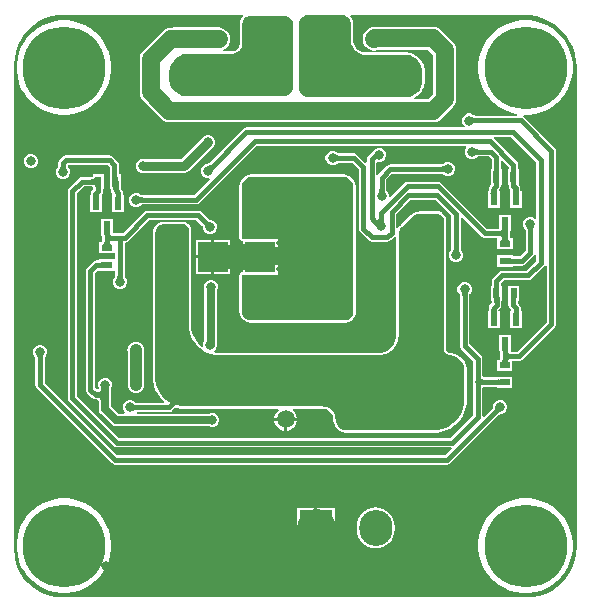
<source format=gbl>
G04*
G04 #@! TF.GenerationSoftware,Altium Limited,Altium Designer,21.3.2 (30)*
G04*
G04 Layer_Physical_Order=2*
G04 Layer_Color=16711680*
%FSTAX25Y25*%
%MOIN*%
G70*
G04*
G04 #@! TF.SameCoordinates,B4C271EC-4B27-40F8-A0F4-B21306F732D5*
G04*
G04*
G04 #@! TF.FilePolarity,Positive*
G04*
G01*
G75*
%ADD20C,0.05906*%
%ADD21R,0.03543X0.02165*%
%ADD57C,0.13000*%
%ADD58C,0.06000*%
%ADD59C,0.01500*%
%ADD60C,0.04000*%
%ADD61C,0.02500*%
%ADD63C,0.07874*%
%ADD64R,0.11000X0.12000*%
%ADD65O,0.11000X0.12000*%
%ADD67C,0.03150*%
%ADD68C,0.02598*%
%ADD69C,0.01968*%
%ADD70R,0.02165X0.03543*%
%ADD71R,0.09843X0.09843*%
%ADD72R,0.02362X0.03937*%
%ADD73C,0.03000*%
%ADD74C,0.27559*%
G36*
X0605304Y0498481D02*
X0605868Y0498247D01*
X0606376Y0497908D01*
X0606808Y0497476D01*
X0607147Y0496968D01*
X0607381Y0496404D01*
X06075Y0495805D01*
Y04955D01*
X06075Y04751D01*
X06075Y04751D01*
X06075Y047476D01*
X0607367Y0474094D01*
X0607107Y0473466D01*
X060673Y0472901D01*
X0606249Y047242D01*
X0605684Y0472043D01*
X0605056Y0471783D01*
X060439Y047165D01*
X060405Y047165D01*
X0571554D01*
X0570385Y0471882D01*
X0569284Y0472339D01*
X0568293Y0473001D01*
X0567451Y0473843D01*
X0566789Y0474834D01*
X0566332Y0475935D01*
X05661Y0477104D01*
Y04777D01*
Y04791D01*
Y047977D01*
X0566361Y0481083D01*
X0566874Y0482321D01*
X0567618Y0483435D01*
X0568565Y0484382D01*
X0569679Y0485126D01*
X0570917Y0485639D01*
X057223Y04859D01*
X05872D01*
X0587523Y0485916D01*
X0588158Y0486042D01*
X0588756Y048629D01*
X0589293Y0486649D01*
X0589751Y0487107D01*
X059011Y0487644D01*
X0590358Y0488242D01*
X0590484Y0488876D01*
X05905Y04892D01*
Y04958D01*
X05905Y0496076D01*
X0590608Y0496617D01*
X0590819Y0497126D01*
X0591125Y0497585D01*
X0591515Y0497975D01*
X0591974Y0498281D01*
X0592483Y0498492D01*
X0593024Y04986D01*
X05933Y04986D01*
X06044Y04986D01*
X0604705D01*
X0605304Y0498481D01*
D02*
G37*
G36*
X0686564Y0498799D02*
X0688834Y0498348D01*
X0691026Y0497603D01*
X0693102Y049658D01*
X0695027Y0495294D01*
X0696767Y0493767D01*
X0698294Y0492027D01*
X069958Y0490102D01*
X0700603Y0488026D01*
X0701347Y0485834D01*
X0701799Y0483564D01*
X0701948Y0481285D01*
X0701942Y0481254D01*
Y0480042D01*
Y0321349D01*
X0701947Y0321325D01*
X0701805Y0319169D01*
X0701379Y0317027D01*
X0700677Y0314959D01*
X0699711Y0313D01*
X0698498Y0311184D01*
X0697058Y0309542D01*
X0695416Y0308102D01*
X06936Y0306889D01*
X0691641Y0305923D01*
X0689573Y0305221D01*
X0687431Y0304795D01*
X0685275Y0304653D01*
X0685252Y0304658D01*
X0530495D01*
X0530424Y0304644D01*
X0527983Y0304836D01*
X0525533Y0305424D01*
X0523205Y0306388D01*
X0521057Y0307705D01*
X0519141Y0309341D01*
X0517505Y0311257D01*
X0516188Y0313405D01*
X0515224Y0315733D01*
X0514636Y0318183D01*
X0514443Y0320624D01*
X0514458Y0320695D01*
Y0326695D01*
Y0482258D01*
X0514453Y0482281D01*
X0514595Y0484437D01*
X051502Y0486578D01*
X0515722Y0488645D01*
X0516688Y0490603D01*
X0517901Y0492419D01*
X051934Y049406D01*
X0520981Y0495499D01*
X0522797Y0496712D01*
X0524755Y0497678D01*
X0526822Y049838D01*
X0528963Y0498806D01*
X0531119Y0498947D01*
X0531142Y0498942D01*
X0590659D01*
X0590735Y0498837D01*
X0590847Y0498442D01*
X0590557Y0498153D01*
X0590513Y0498087D01*
X0590457Y0498031D01*
X0590151Y0497572D01*
X0590121Y0497499D01*
X0590077Y0497434D01*
X0589866Y0496924D01*
X058985Y0496846D01*
X058982Y0496773D01*
X0589713Y0496232D01*
Y0496153D01*
X0589697Y0496076D01*
X0589697Y04958D01*
Y048922D01*
X0589685Y0488975D01*
X0589586Y0488476D01*
X0589399Y0488025D01*
X0589127Y0487618D01*
X0588782Y0487273D01*
X0588375Y0487001D01*
X0587924Y0486814D01*
X0587425Y0486715D01*
X058718Y0486703D01*
X0584165D01*
X0584066Y0487203D01*
X058461Y0487428D01*
X0585401Y0488035D01*
X0586008Y0488827D01*
X058639Y0489748D01*
X058652Y0490737D01*
X058639Y0491725D01*
X0586008Y0492647D01*
X0585401Y0493438D01*
X0585238Y0493601D01*
X0584447Y0494208D01*
X0583525Y049459D01*
X0583031Y0494655D01*
X0582537Y049472D01*
X05679D01*
X0566911Y049459D01*
X0566743Y049452D01*
X05667D01*
X0566206Y0494455D01*
X0565711Y049439D01*
X056479Y0494008D01*
X0563999Y0493401D01*
X0560299Y0489701D01*
X0557399Y0486801D01*
X0556792Y048601D01*
X055641Y0485089D01*
X0556345Y0484594D01*
X055628Y04841D01*
Y0473D01*
X0556345Y0472506D01*
X055641Y0472011D01*
X0556792Y047109D01*
X0557399Y0470299D01*
X056348Y0464218D01*
X0564271Y0463611D01*
X0565192Y0463229D01*
X0566181Y0463099D01*
X0654019D01*
X0654514Y0463164D01*
X0655008Y0463229D01*
X0655929Y0463611D01*
X065672Y0464218D01*
X0660701Y0468199D01*
X0661308Y046899D01*
X066169Y0469911D01*
X066182Y04709D01*
Y0477D01*
Y0482D01*
Y0487D01*
X066169Y0487989D01*
X0661308Y048891D01*
X0660701Y0489701D01*
X0656701Y0493701D01*
X065591Y0494308D01*
X0654989Y049469D01*
X0654494Y0494755D01*
X0654Y049482D01*
X0634763D01*
X0634269Y0494755D01*
X0633775Y049469D01*
X0632853Y0494308D01*
X0632062Y0493701D01*
X0631799Y0493438D01*
X0631192Y0492647D01*
X063081Y0491725D01*
X063068Y0490737D01*
X063081Y0489748D01*
X0631192Y0488827D01*
X0631799Y0488035D01*
X063259Y0487428D01*
X0633511Y0487047D01*
X06345Y0486916D01*
X0635489Y0487047D01*
X0635811Y048718D01*
X0652418D01*
X065418Y0485418D01*
Y0482D01*
Y0477D01*
Y0472482D01*
X0652437Y0470739D01*
X064792D01*
X064779Y0471239D01*
X0648529Y0471651D01*
X0648589Y0471702D01*
X0648658Y047174D01*
X0649494Y0472451D01*
X0649543Y0472513D01*
X0649603Y0472564D01*
X0650284Y0473424D01*
X065032Y0473494D01*
X065037Y0473556D01*
X065087Y0474532D01*
X0650892Y0474608D01*
X0650928Y0474679D01*
X0651228Y0475734D01*
X0651234Y0475812D01*
X0651256Y0475888D01*
X06513Y0476435D01*
X0651296Y0476468D01*
X0651303Y04765D01*
X0651303Y048D01*
X0651301Y0480011D01*
X0651302Y0480021D01*
X0651288Y0480578D01*
X065127Y0480655D01*
X0651268Y0480734D01*
X0651022Y048182D01*
X065099Y0481892D01*
X0650972Y0481969D01*
X0650519Y0482986D01*
X0650473Y0483051D01*
X0650441Y0483123D01*
X0649798Y0484032D01*
X0649741Y0484086D01*
X0649695Y0484151D01*
X0648888Y0484917D01*
X0648821Y0484959D01*
X0648763Y0485013D01*
X0647822Y0485607D01*
X0647748Y0485636D01*
X0647681Y0485678D01*
X0646641Y0486076D01*
X0646563Y048609D01*
X0646489Y0486118D01*
X0645392Y0486306D01*
X0645313Y0486304D01*
X0645235Y0486317D01*
X064469Y0486303D01*
X063172Y0486303D01*
X0631309Y0486323D01*
X0630483Y0486487D01*
X0629723Y0486802D01*
X062904Y0487258D01*
X0628458Y048784D01*
X0628002Y0488523D01*
X0627687Y0489283D01*
X0627523Y0490108D01*
X0627503Y049052D01*
Y0496105D01*
X0627487Y0496183D01*
Y0496262D01*
X0627368Y0496861D01*
X0627338Y0496934D01*
X0627323Y0497011D01*
X0627089Y0497576D01*
X0627045Y0497641D01*
X0627015Y0497714D01*
X0626676Y0498222D01*
X0626619Y0498278D01*
X0626576Y0498344D01*
X0626477Y0498442D01*
X0626684Y0498942D01*
X0684254D01*
X0684285Y0498948D01*
X0686564Y0498799D01*
D02*
G37*
G36*
X06128Y04989D02*
X0613Y04989D01*
X0623905D01*
X0624504Y0498781D01*
X0625068Y0498547D01*
X0625576Y0498208D01*
X0626008Y0497776D01*
X0626347Y0497268D01*
X0626581Y0496704D01*
X06267Y0496105D01*
Y04905D01*
X0626724Y049001D01*
X0626915Y0489049D01*
X062729Y0488143D01*
X0627835Y0487328D01*
X0628528Y0486635D01*
X0629343Y048609D01*
X0630249Y0485715D01*
X063121Y0485524D01*
X06317Y04855D01*
X06447Y04855D01*
X06447Y04855D01*
X06447Y04855D01*
X0645257Y0485515D01*
X0646354Y0485327D01*
X0647393Y0484928D01*
X0648335Y0484334D01*
X0649143Y0483568D01*
X0649786Y0482659D01*
X0650239Y0481642D01*
X0650485Y0480556D01*
X06505Y048D01*
X06505Y04765D01*
X06505Y04765D01*
X0650456Y0475953D01*
X0650155Y0474898D01*
X0649655Y0473922D01*
X0648974Y0473063D01*
X0648138Y0472352D01*
X064718Y0471818D01*
X0646136Y0471482D01*
X0645047Y0471356D01*
X06445Y04714D01*
X0612465D01*
X0611808Y0471531D01*
X061119Y0471787D01*
X0610633Y0472159D01*
X0610159Y0472633D01*
X0609787Y0473189D01*
X0609531Y0473808D01*
X06094Y0474465D01*
Y04748D01*
Y04956D01*
X06094Y04956D01*
X06094Y04956D01*
Y04956D01*
X0609434Y0496066D01*
X0609543Y0496575D01*
X0609805Y0497181D01*
X061018Y0497724D01*
X0610653Y0498184D01*
X0611207Y0498542D01*
X0611821Y0498786D01*
X061247Y0498905D01*
X06128Y04989D01*
D02*
G37*
%LPC*%
G36*
X0685977Y0497009D02*
X0684945Y0497009D01*
X0684945Y0497008D01*
X0683913Y0497008D01*
X0681866Y0496739D01*
X0679872Y0496205D01*
X0677965Y0495415D01*
X0676177Y0494382D01*
X0674539Y0493126D01*
X0673079Y0491666D01*
X0671823Y0490028D01*
X0670791Y0488241D01*
X0670001Y0486334D01*
X0669466Y048434D01*
X0669197Y0482293D01*
X0669197Y0481261D01*
X0669197Y0481261D01*
X0669197Y0480229D01*
X0669466Y0478182D01*
X0670001Y0476188D01*
X0670791Y0474281D01*
X0671823Y0472493D01*
X0673079Y0470855D01*
X0674539Y0469395D01*
X0676177Y0468139D01*
X0677965Y0467106D01*
X0679872Y0466316D01*
X0681866Y0465782D01*
X0681976Y0465767D01*
X0681943Y0465268D01*
X0668174D01*
X0668109Y0465275D01*
X0668017Y046529D01*
X0667942Y0465307D01*
X0667882Y0465325D01*
X0667838Y0465342D01*
X066781Y0465356D01*
X0667795Y0465366D01*
X0667753Y0465399D01*
X0667729Y0465412D01*
X0667538Y0465603D01*
X066667Y0465962D01*
X066573D01*
X0664862Y0465603D01*
X0664197Y0464938D01*
X0663838Y046407D01*
Y046313D01*
X0664197Y0462262D01*
X0664592Y0461868D01*
X0664385Y0461368D01*
X05919D01*
X05913Y0461248D01*
X0590792Y0460908D01*
X0579341Y0449458D01*
X0579286Y0449414D01*
X0579214Y0449365D01*
X0579153Y0449328D01*
X0579103Y0449303D01*
X0579065Y0449289D01*
X057904Y0449281D01*
X0579027Y0449279D01*
X0578974Y0449276D01*
X0578918Y0449262D01*
X057853D01*
X0577662Y0448903D01*
X0576997Y0448238D01*
X0576638Y044737D01*
Y044643D01*
X0576997Y0445562D01*
X0577662Y0444897D01*
X057853Y0444538D01*
X0579414D01*
X0579529Y0444394D01*
X0579659Y0444076D01*
X0574351Y0438767D01*
X0557249D01*
X055718Y0438776D01*
X0557094Y0438791D01*
X0557025Y0438809D01*
X0556972Y0438827D01*
X0556935Y0438843D01*
X0556912Y0438856D01*
X0556902Y0438863D01*
X0556862Y0438899D01*
X0556812Y0438928D01*
X0556538Y0439203D01*
X055567Y0439562D01*
X055473D01*
X0553862Y0439203D01*
X0553197Y0438538D01*
X0552838Y043767D01*
Y043673D01*
X0553197Y0435862D01*
X0553862Y0435197D01*
X055473Y0434838D01*
X055567D01*
X0556538Y0435197D01*
X0556812Y0435472D01*
X0556862Y0435501D01*
X0556902Y0435537D01*
X0556912Y0435544D01*
X0556935Y0435557D01*
X0556972Y0435573D01*
X0557025Y0435591D01*
X0557094Y0435609D01*
X0557169Y0435622D01*
X055728Y0435633D01*
X0575D01*
X05756Y0435752D01*
X0576108Y0436092D01*
X0595249Y0455232D01*
X0664985D01*
X0665192Y0454733D01*
X0664997Y0454538D01*
X0664638Y045367D01*
Y045273D01*
X0664997Y0451862D01*
X0665662Y0451197D01*
X066653Y0450838D01*
X066747D01*
X0668338Y0451197D01*
X0668612Y0451472D01*
X0668662Y0451502D01*
X0668702Y0451537D01*
X0668712Y0451544D01*
X0668735Y0451557D01*
X0668772Y0451573D01*
X0668825Y0451591D01*
X0668894Y0451609D01*
X0668969Y0451622D01*
X066908Y0451632D01*
X0672651D01*
X0673609Y0450674D01*
Y0447581D01*
X0673597Y0447362D01*
X0673597Y0447359D01*
X0673307D01*
Y0446577D01*
X0673303Y044656D01*
X0673307Y0446542D01*
Y0443058D01*
X0673303Y044304D01*
X0673307Y0443023D01*
Y0442638D01*
X0673258Y0442175D01*
X0673192Y0442108D01*
X0673024Y0441858D01*
X0673024Y0441858D01*
X0672966Y0441771D01*
X0672852Y04416D01*
X0672732Y0441D01*
Y0440313D01*
X0672732Y0440285D01*
X0672715Y0440107D01*
X067271Y0440075D01*
X0672333D01*
Y0439293D01*
X067233Y0439275D01*
X0672333Y0439258D01*
Y0434563D01*
X067627D01*
Y0439258D01*
X0676273Y0439275D01*
X067627Y0439293D01*
Y0440075D01*
X067627D01*
X0676092Y0440575D01*
X0676229Y0440712D01*
X0676568Y044122D01*
X0676688Y044182D01*
Y0442214D01*
X067669Y0442241D01*
X0677047D01*
Y0443023D01*
X067705Y044304D01*
X0677047Y0443058D01*
Y0446542D01*
X067705Y044656D01*
X0677047Y0446577D01*
Y0447359D01*
X0676764D01*
X0676744Y0447642D01*
Y0450186D01*
X0677206Y0450377D01*
X0679318Y0448265D01*
Y0447581D01*
X0679306Y0447362D01*
X0679306Y0447359D01*
X0679015D01*
Y0446577D01*
X0679012Y044656D01*
X0679015Y0446542D01*
Y0443058D01*
X0679012Y044304D01*
X0679015Y0443023D01*
Y0442241D01*
X0679305D01*
X0679318Y0442077D01*
Y0441715D01*
X0679437Y0441115D01*
X0679777Y0440606D01*
X067981Y0440573D01*
X0679813Y0440075D01*
X0679813D01*
Y0439338D01*
X0679812Y0439333D01*
X0679813Y0439322D01*
Y0439293D01*
X067981Y0439275D01*
X0679813Y0439258D01*
Y0434563D01*
X068375D01*
Y0439258D01*
X0683754Y0439275D01*
X068375Y0439293D01*
Y0440075D01*
X0683212D01*
X0683198Y0440135D01*
X0683168Y0440444D01*
Y0441D01*
X0683048Y04416D01*
X0682922Y0441789D01*
X0682756Y0442241D01*
X0682756Y0442241D01*
X0682756Y0442241D01*
Y0443023D01*
X0682759Y044304D01*
X0682756Y0443058D01*
Y0446542D01*
X0682759Y044656D01*
X0682756Y0446577D01*
Y0447359D01*
X0682473D01*
X0682453Y0447642D01*
Y0448915D01*
X0682334Y0449514D01*
X0681994Y0450023D01*
X0674284Y0457732D01*
X0674491Y0458232D01*
X0680151D01*
X0688532Y0449851D01*
Y0431115D01*
X0688032Y0430908D01*
X0687838Y0431103D01*
X068697Y0431462D01*
X068603D01*
X0685162Y0431103D01*
X0684497Y0430438D01*
X0684138Y042957D01*
Y042863D01*
X0684497Y0427762D01*
X0684772Y0427488D01*
X0684801Y0427438D01*
X0684837Y0427398D01*
X0684844Y0427388D01*
X0684857Y0427365D01*
X0684873Y0427328D01*
X0684891Y0427275D01*
X0684909Y0427206D01*
X0684922Y0427131D01*
X0684933Y042702D01*
Y0420249D01*
X0683042Y0418359D01*
X0680851D01*
X0680632Y0418371D01*
X0680629Y0418371D01*
Y0418661D01*
X0679847D01*
X0679829Y0418665D01*
X0679812Y0418661D01*
X0675511D01*
Y0414921D01*
X0679812D01*
X0679829Y0414918D01*
X0679847Y0414921D01*
X0680629D01*
Y0415204D01*
X0680912Y0415224D01*
X0683691D01*
X0684291Y0415343D01*
X06848Y0415683D01*
X0687608Y0418492D01*
X0687948Y0419D01*
X0688032Y0419424D01*
X0688532Y0419375D01*
Y0416849D01*
X0685251Y0413567D01*
X06772D01*
X06766Y0413448D01*
X0676092Y0413108D01*
X0674085Y0411102D01*
X0673745Y0410593D01*
X0673626Y0409993D01*
Y0408699D01*
X0673615Y0408559D01*
X0673376D01*
Y0407777D01*
X0673372Y040776D01*
X0673376Y0407742D01*
Y0404258D01*
X0673372Y040424D01*
X0673376Y0404223D01*
Y0403441D01*
X0673706D01*
X0673733Y0403123D01*
Y0402828D01*
X0673192Y0402287D01*
X0672852Y0401779D01*
X0672732Y0401179D01*
Y0400229D01*
X0672732Y0400219D01*
X0672716Y040004D01*
X0672712Y0400011D01*
X067235D01*
Y0399229D01*
X0672346Y0399212D01*
X067235Y0399194D01*
Y0394499D01*
X0676287D01*
Y0399194D01*
X067629Y0399212D01*
X0676287Y0399229D01*
Y0400011D01*
X0675892D01*
X0675888Y0400038D01*
X0675868Y0400314D01*
Y0400529D01*
X0676408Y040107D01*
X0676748Y0401579D01*
X0676867Y0402179D01*
Y0403303D01*
X0676878Y0403441D01*
X0677116D01*
Y0404223D01*
X0677119Y040424D01*
X0677116Y0404258D01*
Y0407742D01*
X0677119Y040776D01*
X0677116Y0407777D01*
Y0408559D01*
X0676787D01*
X0676761Y0408876D01*
Y0409344D01*
X0677849Y0410432D01*
X06859D01*
X06865Y0410552D01*
X0687008Y0410892D01*
X0691208Y0415092D01*
X0691433Y0415427D01*
X0691932Y0415275D01*
Y0396549D01*
X0681951Y0386567D01*
X0680503D01*
X0680027Y0386625D01*
Y0387407D01*
X068003Y0387425D01*
X0680027Y0387442D01*
Y0392137D01*
X067609D01*
Y0387442D01*
X0676086Y0387425D01*
X067609Y0387407D01*
Y0386625D01*
X0676481D01*
X0676485Y0386599D01*
X0676505Y0386324D01*
Y0384291D01*
X0676495Y0384181D01*
X0676469Y0384023D01*
X0676443Y0383924D01*
X0675441D01*
Y0380184D01*
X0680559D01*
Y0383433D01*
X06826D01*
X06832Y0383552D01*
X0683708Y0383892D01*
X0694608Y0394792D01*
X0694948Y03953D01*
X0695068Y03959D01*
Y04535D01*
X0694948Y04541D01*
X0694608Y0454608D01*
X0684408Y0464808D01*
X0684103Y0465013D01*
X0684255Y0465513D01*
X0685977Y0465513D01*
X0688024Y0465782D01*
X0690018Y0466316D01*
X0691925Y0467106D01*
X0693713Y0468138D01*
X0695351Y0469395D01*
X069681Y0470855D01*
X0698067Y0472493D01*
X0699099Y047428D01*
X0699889Y0476188D01*
X0700423Y0478182D01*
X0700693Y0480228D01*
X0700693Y048126D01*
X0700693Y048126D01*
X0700693Y048126D01*
X0700693Y0482293D01*
X0700423Y0484339D01*
X0699889Y0486333D01*
X0699099Y0488241D01*
X0698067Y0490028D01*
X069681Y0491666D01*
X0695351Y0493126D01*
X0693713Y0494383D01*
X0691925Y0495415D01*
X0690018Y0496205D01*
X0688024Y0496739D01*
X0685977Y0497009D01*
D02*
G37*
G36*
X0532099D02*
X0531067Y0497009D01*
X0531067Y0497008D01*
X0530034Y0497008D01*
X0527988Y0496739D01*
X0525994Y0496205D01*
X0524087Y0495415D01*
X0522299Y0494382D01*
X0520661Y0493126D01*
X0519202Y0491666D01*
X0517945Y0490028D01*
X0516913Y0488241D01*
X0516123Y0486334D01*
X0515589Y048434D01*
X0515319Y0482293D01*
X0515319Y0481261D01*
X0515319Y0481261D01*
X0515319Y0480229D01*
X0515588Y0478182D01*
X0516123Y0476188D01*
X0516913Y0474281D01*
X0517945Y0472493D01*
X0519202Y0470855D01*
X0520661Y0469395D01*
X0522299Y0468139D01*
X0524087Y0467106D01*
X0525994Y0466316D01*
X0527988Y0465782D01*
X0530035Y0465513D01*
X0531067D01*
X0532099Y0465513D01*
X0534146Y0465782D01*
X053614Y0466316D01*
X0538047Y0467106D01*
X0539835Y0468138D01*
X0541473Y0469395D01*
X0542932Y0470855D01*
X0544189Y0472493D01*
X0545221Y047428D01*
X0546011Y0476188D01*
X0546545Y0478182D01*
X0546815Y0480228D01*
X0546815Y048126D01*
X0546815Y048126D01*
X0546815Y048126D01*
X0546815Y0482293D01*
X0546545Y0484339D01*
X0546011Y0486333D01*
X0545221Y0488241D01*
X0544189Y0490028D01*
X0542932Y0491666D01*
X0541472Y0493126D01*
X0539835Y0494383D01*
X0538047Y0495415D01*
X053614Y0496205D01*
X0534146Y0496739D01*
X0532099Y0497009D01*
D02*
G37*
G36*
X057957Y0458762D02*
X057863D01*
X0577762Y0458403D01*
X0577097Y0457738D01*
X0577067Y0457666D01*
X0570234Y0450832D01*
X0557842D01*
X055777Y0450862D01*
X055683D01*
X0555962Y0450503D01*
X0555297Y0449838D01*
X0554938Y044897D01*
Y044803D01*
X0555297Y0447162D01*
X0555962Y0446497D01*
X055683Y0446138D01*
X055777D01*
X0557842Y0446168D01*
X05712D01*
X0572092Y0446345D01*
X0572849Y0446851D01*
X0580366Y0454367D01*
X0580438Y0454397D01*
X0581103Y0455062D01*
X0581462Y045593D01*
Y045687D01*
X0581103Y0457738D01*
X0580438Y0458403D01*
X057957Y0458762D01*
D02*
G37*
G36*
X063667Y0454562D02*
X063573D01*
X0634862Y0454203D01*
X0634197Y0453538D01*
X0634121Y0453354D01*
X0633798Y045303D01*
X0633742Y0452993D01*
X0632492Y0451742D01*
X0632152Y0451233D01*
X0632032Y0450634D01*
Y0449791D01*
X0631532Y0449584D01*
X0628857Y0452259D01*
X0628349Y0452599D01*
X0627749Y0452719D01*
X0622613D01*
X0622545Y0452726D01*
X0622456Y0452742D01*
X0622384Y0452759D01*
X0622328Y0452777D01*
X0622287Y0452794D01*
X0622261Y0452808D01*
X0622248Y0452816D01*
X0622207Y0452851D01*
X0622168Y0452873D01*
X0621938Y0453103D01*
X062107Y0453462D01*
X062013D01*
X0619262Y0453103D01*
X0618597Y0452438D01*
X0618238Y045157D01*
Y045063D01*
X0618597Y0449762D01*
X0619262Y0449097D01*
X062013Y0448738D01*
X062107D01*
X0621938Y0449097D01*
X0622261Y0449421D01*
X0622316Y0449455D01*
X0622353Y0449491D01*
X0622361Y0449497D01*
X062238Y0449509D01*
X0622414Y0449524D01*
X0622463Y0449542D01*
X0622529Y0449559D01*
X0622601Y0449573D01*
X0622715Y0449584D01*
X06271D01*
X0629332Y0447351D01*
Y04276D01*
X0629452Y0427D01*
X0629792Y0426492D01*
X0632592Y0423692D01*
X06331Y0423352D01*
X06337Y0423233D01*
X06389D01*
X06395Y0423352D01*
X0640008Y0423692D01*
X0641297Y042498D01*
X0641736Y0424842D01*
X0641797Y0424796D01*
Y039192D01*
X064177Y0391361D01*
X0641548Y0390247D01*
X0641121Y0389216D01*
X0640501Y0388288D01*
X0639712Y0387499D01*
X0638784Y0386879D01*
X0637753Y0386452D01*
X0636639Y038623D01*
X063608Y0386203D01*
X058272D01*
X0581818Y0386247D01*
X0581277Y0386355D01*
X0581217Y0386877D01*
X0581803Y0387462D01*
X0582162Y038833D01*
Y038927D01*
X0582027Y0389596D01*
Y0406787D01*
X0582103Y0406862D01*
X0582462Y040773D01*
Y040867D01*
X0582103Y0409538D01*
X0581438Y0410203D01*
X058057Y0410562D01*
X057963D01*
X0578762Y0410203D01*
X0578097Y0409538D01*
X0577738Y040867D01*
Y040773D01*
X0577873Y0407405D01*
Y0390213D01*
X0577797Y0390138D01*
X0577438Y038927D01*
Y0388514D01*
X0576986Y0388215D01*
X0576868Y0388294D01*
X0575594Y0389568D01*
X0574592Y0391066D01*
X0573903Y0392731D01*
X0573547Y0394518D01*
X0573503Y039542D01*
Y04271D01*
Y0427478D01*
X0573442Y0427785D01*
X0573152Y0428483D01*
X0572978Y0428744D01*
X0572444Y0429278D01*
X0572184Y0429453D01*
X0571485Y0429742D01*
X0571178Y0429803D01*
X0564114D01*
X0564037Y0429787D01*
X0563958D01*
X0563398Y0429676D01*
X0563324Y0429646D01*
X0563247Y042963D01*
X0562719Y0429412D01*
X0562653Y0429368D01*
X056258Y0429338D01*
X0562105Y042902D01*
X0562049Y0428964D01*
X0561984Y042892D01*
X056158Y0428516D01*
X0561536Y0428451D01*
X056148Y0428395D01*
X0561163Y042792D01*
X0561132Y0427847D01*
X0561088Y0427781D01*
X056087Y0427253D01*
X0560854Y0427176D01*
X0560824Y0427103D01*
X0560713Y0426542D01*
Y0426463D01*
X0560697Y0426386D01*
Y04261D01*
Y03783D01*
Y0377315D01*
X0560713Y0377238D01*
Y0377158D01*
X0561097Y0375226D01*
X0561127Y0375153D01*
X0561143Y0375076D01*
X0561896Y0373256D01*
X056194Y037319D01*
X0561971Y0373117D01*
X0563065Y0371479D01*
X0563121Y0371423D01*
X0563165Y0371358D01*
X0564455Y0370068D01*
X0564337Y0369663D01*
X0564268Y0369567D01*
X055515D01*
X055508Y0369576D01*
X0554994Y0369591D01*
X0554925Y0369609D01*
X0554872Y0369627D01*
X0554835Y0369643D01*
X0554812Y0369656D01*
X0554802Y0369663D01*
X0554762Y0369699D01*
X0554712Y0369728D01*
X0554438Y0370003D01*
X055357Y0370362D01*
X055263D01*
X0551762Y0370003D01*
X0551097Y0369338D01*
X0550738Y036847D01*
Y036753D01*
X0551097Y0366662D01*
X0551382Y0366377D01*
X0551175Y0365877D01*
X0549261D01*
X0546877Y0368261D01*
Y03722D01*
Y0374342D01*
X0547162Y037503D01*
Y037597D01*
X0546803Y0376838D01*
X0546138Y0377503D01*
X054527Y0377862D01*
X054433D01*
X0543462Y0377503D01*
X0542797Y0376838D01*
X0542438Y037597D01*
Y037503D01*
X0542611Y0374611D01*
X0542423Y0374165D01*
X0541935Y0374082D01*
X0541468Y0374549D01*
Y0412851D01*
X0542341Y0413724D01*
X0542841Y0413602D01*
Y0413602D01*
X0543623D01*
X054364Y0413599D01*
X0543657Y0413602D01*
X0547959Y0413602D01*
X0548133Y0413174D01*
Y0411949D01*
X0548124Y041188D01*
X0548109Y0411794D01*
X0548091Y0411725D01*
X0548073Y0411672D01*
X0548057Y0411635D01*
X0548044Y0411612D01*
X0548037Y0411602D01*
X0548001Y0411562D01*
X0547972Y0411512D01*
X0547697Y0411238D01*
X0547338Y041037D01*
Y040943D01*
X0547697Y0408562D01*
X0548362Y0407897D01*
X054923Y0407538D01*
X055017D01*
X0551038Y0407897D01*
X0551703Y0408562D01*
X0552062Y040943D01*
Y041037D01*
X0551703Y0411238D01*
X0551428Y0411512D01*
X0551399Y0411562D01*
X0551363Y0411602D01*
X0551356Y0411612D01*
X0551343Y0411635D01*
X0551327Y0411672D01*
X0551309Y0411725D01*
X0551291Y0411794D01*
X0551278Y0411869D01*
X0551267Y041198D01*
Y0422888D01*
X0551356D01*
X0551956Y0423007D01*
X0552464Y0423347D01*
X0559549Y0430433D01*
X0575251D01*
X0577142Y0428541D01*
X0577186Y0428486D01*
X0577235Y0428414D01*
X0577272Y0428353D01*
X0577297Y0428303D01*
X0577312Y0428265D01*
X0577319Y042824D01*
X0577321Y0428227D01*
X0577323Y0428174D01*
X0577338Y0428118D01*
Y042773D01*
X0577697Y0426862D01*
X0578362Y0426197D01*
X057923Y0425838D01*
X058017D01*
X0581038Y0426197D01*
X0581703Y0426862D01*
X0582062Y042773D01*
Y042867D01*
X0581703Y0429538D01*
X0581038Y0430203D01*
X058017Y0430562D01*
X0579782D01*
X0579726Y0430577D01*
X0579673Y0430579D01*
X057966Y0430581D01*
X0579635Y0430588D01*
X0579597Y0430603D01*
X0579547Y0430628D01*
X0579486Y0430665D01*
X0579423Y0430708D01*
X0579337Y0430779D01*
X0577008Y0433108D01*
X05765Y0433448D01*
X05759Y0433567D01*
X05589D01*
X05583Y0433448D01*
X0557792Y0433108D01*
X0550706Y0426023D01*
X0547851D01*
X0547372Y0426063D01*
X0547368Y042608D01*
Y0430776D01*
X0543431D01*
Y042608D01*
X0543428Y0426063D01*
X0543431Y0426046D01*
Y0425264D01*
X054381D01*
X0543813Y042524D01*
X0543832Y042497D01*
Y0423417D01*
X0543823Y0423308D01*
X0543796Y042315D01*
X054377Y0423051D01*
X0542841D01*
Y0419311D01*
X0547959D01*
X0548133Y0418883D01*
Y041777D01*
X0547959Y0417343D01*
X0547633Y0417343D01*
X0543657D01*
X054364Y0417346D01*
X0543623Y0417343D01*
X0542841D01*
Y041706D01*
X0542557Y041704D01*
X0541872D01*
X0541273Y0416921D01*
X0540764Y0416581D01*
X0538792Y0414608D01*
X0538452Y04141D01*
X0538333Y04135D01*
Y03739D01*
X0538452Y03733D01*
X0538792Y0372792D01*
X0540492Y0371092D01*
X0541Y0370752D01*
X05416Y0370633D01*
X0542182D01*
X0542185Y0370632D01*
X0542278Y0370605D01*
X0542346Y0370567D01*
X0542412Y0370508D01*
X0542486Y0370408D01*
X0542564Y0370248D01*
X0542637Y0370022D01*
X0542696Y0369729D01*
X0542723Y0369472D01*
Y03674D01*
X0542881Y0366605D01*
X0543331Y0365931D01*
X0546931Y0362331D01*
X0547605Y0361881D01*
X05484Y0361723D01*
X0579342D01*
X058003Y0361438D01*
X058097D01*
X0581838Y0361797D01*
X0582503Y0362462D01*
X0582862Y036333D01*
Y036427D01*
X0582503Y0365138D01*
X0581838Y0365803D01*
X058097Y0366162D01*
X058003D01*
X0579342Y0365877D01*
X0555473D01*
X0555283Y0366073D01*
X055523Y0366207D01*
X055528Y0366415D01*
X0555292Y0366432D01*
X0566D01*
X05666Y0366552D01*
X0567108Y0366892D01*
X0568193Y0367977D01*
X0568276Y0367943D01*
X0568353Y0367927D01*
X0568427Y0367897D01*
X0570359Y0367513D01*
X0570437D01*
X0570515Y0367497D01*
X0602552D01*
X060269Y0367024D01*
X060269Y0366997D01*
X0601997Y0366304D01*
X0601503Y0365448D01*
X0601249Y03645D01*
X0605D01*
X0608751D01*
X0608497Y0365448D01*
X0608003Y0366304D01*
X060731Y0366997D01*
X060731Y0367024D01*
X0607448Y0367497D01*
X061738D01*
X0617713Y0367481D01*
X0618385Y0367347D01*
X0619Y0367093D01*
X0619553Y0366723D01*
X0620023Y0366253D01*
X0620393Y03657D01*
X0620647Y0365085D01*
X0620781Y0364413D01*
X0620797Y036408D01*
Y0363736D01*
X0620813Y0363658D01*
Y0363579D01*
X0620955Y0362864D01*
X0620985Y0362791D01*
X0621Y0362714D01*
X0621279Y036204D01*
X0621323Y0361974D01*
X0621354Y0361901D01*
X0621759Y0361295D01*
X0621814Y0361239D01*
X0621858Y0361174D01*
X0622374Y0360658D01*
X0622439Y0360614D01*
X0622495Y0360559D01*
X0623101Y0360154D01*
X0623174Y0360123D01*
X062324Y0360079D01*
X0623913Y0359801D01*
X0623991Y0359785D01*
X0624064Y0359755D01*
X0624779Y0359613D01*
X0624858D01*
X0624936Y0359597D01*
X0655485D01*
X0655562Y0359613D01*
X0655642D01*
X0657574Y0359997D01*
X0657647Y0360027D01*
X0657724Y0360043D01*
X0659544Y0360796D01*
X065961Y036084D01*
X0659683Y0360871D01*
X0661321Y0361965D01*
X0661377Y0362021D01*
X0661442Y0362065D01*
X0662835Y0363458D01*
X0662879Y0363523D01*
X0662935Y0363579D01*
X0664029Y0365217D01*
X066406Y036529D01*
X0664104Y0365356D01*
X0664857Y0367176D01*
X0664873Y0367253D01*
X0664903Y0367326D01*
X0665287Y0369258D01*
Y0369338D01*
X0665303Y0369415D01*
Y03704D01*
Y0380973D01*
X0665287Y038105D01*
Y0381129D01*
X0665103Y0382057D01*
X0665073Y038213D01*
X0665057Y0382207D01*
X0664695Y0383081D01*
X0664651Y0383147D01*
X0664621Y038322D01*
X0664096Y0384006D01*
X066404Y0384062D01*
X0663996Y0384127D01*
X0663328Y0384796D01*
X0663262Y038484D01*
X0663206Y0384896D01*
X066242Y0385421D01*
X0662347Y0385452D01*
X0662281Y0385495D01*
X0661407Y0385857D01*
X066133Y0385873D01*
X0661257Y0385903D01*
X0660329Y0386087D01*
X066025D01*
X0660173Y0386103D01*
X0659739D01*
X0659507Y0386126D01*
X0659044Y0386318D01*
X0658718Y0386644D01*
X0658526Y0387107D01*
X0658503Y0387339D01*
Y04302D01*
Y0430677D01*
X0658442Y0430985D01*
X0658076Y0431867D01*
X0657902Y0432127D01*
X0657227Y0432802D01*
X0656967Y0432976D01*
X0656085Y0433342D01*
X0655777Y0433403D01*
X0649817D01*
X0649739Y0433387D01*
X064966D01*
X0648671Y0433191D01*
X0648598Y043316D01*
X064852Y0433145D01*
X0647588Y0432759D01*
X0647522Y0432715D01*
X0647449Y0432685D01*
X0646611Y0432124D01*
X0646555Y0432068D01*
X0646489Y0432024D01*
X0646132Y0431668D01*
X0646132Y0431668D01*
X0643305Y042884D01*
X0643305Y042884D01*
X0643003Y0428538D01*
X0642958Y0428472D01*
X0642903Y0428416D01*
X0642427Y0427704D01*
X0642397Y0427631D01*
X0642368Y0427588D01*
X0642317Y0427578D01*
X0641867Y042771D01*
Y0432498D01*
X0646476Y0437106D01*
X0654924D01*
X0660133Y0431898D01*
Y042075D01*
X0660124Y042068D01*
X0660109Y0420594D01*
X0660091Y0420525D01*
X0660073Y0420472D01*
X0660057Y0420435D01*
X0660044Y0420412D01*
X0660037Y0420402D01*
X0660002Y0420362D01*
X0659972Y0420312D01*
X0659697Y0420038D01*
X0659338Y041917D01*
Y041823D01*
X0659697Y0417362D01*
X0660362Y0416697D01*
X066123Y0416338D01*
X066217D01*
X0663038Y0416697D01*
X0663703Y0417362D01*
X0664062Y041823D01*
Y041917D01*
X0663703Y0420038D01*
X0663428Y0420312D01*
X0663399Y0420362D01*
X0663363Y0420402D01*
X0663356Y0420412D01*
X0663343Y0420435D01*
X0663327Y0420472D01*
X0663309Y0420525D01*
X0663291Y0420594D01*
X0663278Y0420669D01*
X0663268Y042078D01*
Y0431362D01*
X0663729Y0431554D01*
X0670419Y0424864D01*
X0670928Y0424524D01*
X0671528Y0424405D01*
X0675025D01*
X0675511Y042437D01*
Y042063D01*
X0680629D01*
Y042437D01*
X0679685D01*
X0679659Y0424469D01*
X0679633Y0424627D01*
X0679623Y0424736D01*
Y0426466D01*
X0679624Y042648D01*
X067964Y0426659D01*
X0679644Y0426689D01*
X068001D01*
Y0427471D01*
X0680014Y0427488D01*
X068001Y0427506D01*
Y0432201D01*
X0676073D01*
Y042755D01*
X0676019Y042754D01*
X0672177D01*
X0656908Y0442808D01*
X06564Y0443148D01*
X06558Y0443267D01*
X06456D01*
X0645Y0443148D01*
X0644492Y0442808D01*
X0639862Y0438179D01*
X0639362Y0438386D01*
Y043877D01*
X0639003Y0439638D01*
X0638728Y0439912D01*
X0638698Y0439962D01*
X0638663Y0440002D01*
X0638656Y0440012D01*
X0638643Y0440035D01*
X0638627Y0440072D01*
X0638609Y0440125D01*
X0638591Y0440194D01*
X0638578Y0440269D01*
X0638567Y044038D01*
Y0443951D01*
X0640549Y0445932D01*
X0656875D01*
X0656945Y0445924D01*
X065703Y0445909D01*
X06571Y0445891D01*
X0657153Y0445873D01*
X065719Y0445857D01*
X0657213Y0445844D01*
X0657223Y0445837D01*
X0657262Y0445801D01*
X0657312Y0445772D01*
X0657587Y0445497D01*
X0658455Y0445138D01*
X0659395D01*
X0660263Y0445497D01*
X0660927Y0446162D01*
X0661287Y044703D01*
Y044797D01*
X0660927Y0448838D01*
X0660263Y0449503D01*
X0659395Y0449862D01*
X0658455D01*
X0657587Y0449503D01*
X0657312Y0449228D01*
X0657262Y0449198D01*
X0657223Y0449163D01*
X0657213Y0449156D01*
X065719Y0449143D01*
X0657153Y0449127D01*
X06571Y0449109D01*
X065703Y0449091D01*
X0656956Y0449078D01*
X0656845Y0449067D01*
X06399D01*
X06393Y0448948D01*
X0638792Y0448608D01*
X0635892Y0445708D01*
X0635668Y0445373D01*
X0635168Y0445525D01*
Y044953D01*
X0635668Y0449864D01*
X063573Y0449838D01*
X063667D01*
X0637538Y0450197D01*
X0638203Y0450862D01*
X0638562Y045173D01*
Y045267D01*
X0638203Y0453538D01*
X0637538Y0454203D01*
X063667Y0454562D01*
D02*
G37*
G36*
X052047Y0452362D02*
X051953D01*
X0518662Y0452003D01*
X0517997Y0451338D01*
X0517638Y045047D01*
Y044953D01*
X0517997Y0448662D01*
X0518662Y0447997D01*
X051953Y0447638D01*
X052047D01*
X0521338Y0447997D01*
X0522003Y0448662D01*
X0522362Y044953D01*
Y045047D01*
X0522003Y0451338D01*
X0521338Y0452003D01*
X052047Y0452362D01*
D02*
G37*
G36*
X0624255Y0445703D02*
X06239D01*
X05939Y0445703D01*
X0593545Y0445703D01*
X0593468Y0445687D01*
X0593389D01*
X0592693Y0445549D01*
X059262Y0445519D01*
X0592543Y0445503D01*
X0591888Y0445232D01*
X0591822Y0445188D01*
X0591749Y0445158D01*
X0591159Y0444764D01*
X0591103Y0444708D01*
X0591037Y0444664D01*
X0590536Y0444163D01*
X0590492Y0444097D01*
X0590436Y0444041D01*
X0590042Y0443451D01*
X0590012Y0443378D01*
X0589968Y0443313D01*
X0589697Y0442657D01*
X0589681Y044258D01*
X0589651Y0442507D01*
X0589539Y0441946D01*
Y0441888D01*
X0589525Y0441833D01*
X0589498Y0441344D01*
X0589501Y0441322D01*
X0589497Y04413D01*
Y0424532D01*
X0589505Y0424493D01*
X0589501Y0424453D01*
X0589535Y042434D01*
X0589558Y0424225D01*
X058958Y0424192D01*
X0589592Y0424154D01*
X0589667Y0424062D01*
X0589732Y0423964D01*
X0589765Y0423942D01*
X058979Y0423912D01*
X059029Y0423501D01*
X0590395Y0423445D01*
X0590493Y042338D01*
X0590532Y0423372D01*
X0590567Y0423353D01*
X0590684Y0423342D01*
X0590728Y0423333D01*
Y0422593D01*
X0590819Y0422613D01*
X0591213Y0422759D01*
X0591449Y0422925D01*
X0591528Y0423109D01*
Y0413291D01*
X0591449Y0413476D01*
X0591213Y0413641D01*
X0590819Y0413787D01*
X0590728Y0413807D01*
Y0413082D01*
X0590516D01*
X0590397Y0413058D01*
X0590277Y0413045D01*
X0590245Y0413028D01*
X0590208Y0413021D01*
X0590108Y0412953D01*
X0590002Y0412896D01*
X0589979Y0412867D01*
X0589948Y0412846D01*
X0589881Y0412746D01*
X0589805Y0412652D01*
X0589589Y0412242D01*
X0589579Y0412206D01*
X0589558Y0412175D01*
X0589535Y0412057D01*
X0589501Y0411941D01*
X0589504Y0411904D01*
X0589497Y0411868D01*
Y04002D01*
X0589503Y0400171D01*
X0589499Y0400142D01*
X0589524Y0399802D01*
X0589545Y0399726D01*
X0589551Y0399647D01*
X0589731Y039899D01*
X0589767Y039892D01*
X0589788Y0398843D01*
X0590093Y0398234D01*
X0590142Y0398172D01*
X0590177Y0398101D01*
X0590596Y0397564D01*
X0590656Y0397512D01*
X0590704Y0397449D01*
X059122Y0397004D01*
X0591289Y0396965D01*
X0591348Y0396913D01*
X0591941Y0396576D01*
X0592016Y0396551D01*
X0592085Y0396512D01*
X0592731Y0396298D01*
X059281Y0396288D01*
X0592885Y0396263D01*
X0593561Y0396179D01*
X059364Y0396184D01*
X0593718Y0396175D01*
X0594029Y0396197D01*
X0625066D01*
X0625143Y0396213D01*
X0625222D01*
X0625744Y0396316D01*
X0625817Y0396347D01*
X0625895Y0396362D01*
X0626386Y0396566D01*
X0626452Y0396609D01*
X0626525Y039664D01*
X0626967Y0396935D01*
X0627023Y0396991D01*
X0627089Y0397035D01*
X0627465Y0397411D01*
X0627509Y0397477D01*
X0627565Y0397533D01*
X062786Y0397975D01*
X062789Y0398048D01*
X0627934Y0398114D01*
X0628138Y0398605D01*
X0628153Y0398683D01*
X0628184Y0398756D01*
X0628287Y0399277D01*
Y0399357D01*
X0628303Y0399434D01*
Y03997D01*
Y04413D01*
Y0441655D01*
X0628287Y0441732D01*
Y0441811D01*
X0628149Y0442507D01*
X0628119Y044258D01*
X0628103Y0442657D01*
X0627832Y0443313D01*
X0627788Y0443378D01*
X0627758Y0443451D01*
X0627364Y0444041D01*
X0627308Y0444097D01*
X0627264Y0444163D01*
X0626763Y0444664D01*
X0626697Y0444708D01*
X0626641Y0444764D01*
X0626051Y0445158D01*
X0625978Y0445188D01*
X0625913Y0445232D01*
X0625257Y0445503D01*
X062518Y0445519D01*
X0625107Y0445549D01*
X0624411Y0445687D01*
X0624332D01*
X0624255Y0445703D01*
D02*
G37*
G36*
X05463Y0451967D02*
X0531679D01*
X0531079Y0451848D01*
X053057Y0451508D01*
X0529692Y045063D01*
X0529352Y0450121D01*
X0529233Y0449521D01*
Y044865D01*
X0529224Y044858D01*
X0529209Y0448494D01*
X0529191Y0448425D01*
X0529173Y0448372D01*
X0529157Y0448335D01*
X0529144Y0448312D01*
X0529137Y0448302D01*
X0529102Y0448262D01*
X0529072Y0448212D01*
X0528797Y0447938D01*
X0528438Y044707D01*
Y044613D01*
X0528797Y0445262D01*
X0529462Y0444597D01*
X053033Y0444238D01*
X053127D01*
X0532138Y0444597D01*
X0532803Y0445262D01*
X0533162Y044613D01*
Y044707D01*
X0532803Y0447938D01*
X0532528Y0448212D01*
X0532499Y0448262D01*
X0532463Y0448302D01*
X0532456Y0448312D01*
X0532443Y0448335D01*
X0532513Y0448537D01*
X0532556Y0448621D01*
X053262Y0448705D01*
X0532657Y0448739D01*
X0532809Y0448833D01*
X0545651D01*
X0546343Y044814D01*
Y0443614D01*
X0546373Y0443462D01*
Y0441539D01*
X054637Y0441521D01*
X0546373Y0441504D01*
Y0440722D01*
X0546726D01*
X0546732Y0440643D01*
Y0440301D01*
X0546851Y0439701D01*
X0547191Y0439192D01*
X0547234Y043915D01*
X0547171Y043865D01*
X0547171D01*
Y0437867D01*
X0547168Y043785D01*
X0547171Y0437833D01*
Y0433138D01*
X0551108D01*
Y0437833D01*
X0551112Y043785D01*
X0551108Y0437867D01*
Y043865D01*
X055073D01*
X0550726Y0438673D01*
X0550707Y0438943D01*
Y043946D01*
X0550588Y044006D01*
X0550464Y0440245D01*
X05504Y0440341D01*
X05504Y0440341D01*
X0550248Y0440569D01*
X055017Y0440647D01*
X055017Y0440647D01*
X0550113Y0441109D01*
Y0441504D01*
X0550117Y0441521D01*
X0550113Y0441539D01*
Y0445023D01*
X0550117Y0445041D01*
X0550113Y0445058D01*
Y044584D01*
X0549529D01*
X0549509Y0445925D01*
X0549485Y0446089D01*
X0549478Y044618D01*
Y0448789D01*
X0549359Y0449389D01*
X0549019Y0449898D01*
X0547408Y0451508D01*
X05469Y0451848D01*
X05468Y0451868D01*
X05463Y0451967D01*
D02*
G37*
G36*
X0544405Y044584D02*
X0540665D01*
Y0444913D01*
X0540558Y0444884D01*
X0540403Y0444858D01*
X0540295Y0444849D01*
X0537079D01*
X0536479Y0444729D01*
X053597Y0444389D01*
X0532792Y0441211D01*
X0532452Y0440702D01*
X0532333Y0440102D01*
Y0371D01*
X0532452Y03704D01*
X0532792Y0369892D01*
X0547592Y0355092D01*
X05481Y0354752D01*
X05487Y0354632D01*
X0660109D01*
X0660316Y0354133D01*
X0658151Y0351968D01*
X0548849D01*
X0524668Y0376149D01*
Y0384451D01*
X0524676Y038452D01*
X0524691Y0384606D01*
X0524709Y0384675D01*
X0524727Y0384728D01*
X0524743Y0384765D01*
X0524756Y0384788D01*
X0524763Y0384798D01*
X0524798Y0384838D01*
X0524828Y0384888D01*
X0525103Y0385162D01*
X0525462Y038603D01*
Y038697D01*
X0525103Y0387838D01*
X0524438Y0388503D01*
X052357Y0388862D01*
X052263D01*
X0521762Y0388503D01*
X0521097Y0387838D01*
X0520738Y038697D01*
Y038603D01*
X0521097Y0385162D01*
X0521372Y0384888D01*
X0521402Y0384838D01*
X0521437Y0384798D01*
X0521444Y0384788D01*
X0521457Y0384765D01*
X0521473Y0384728D01*
X0521491Y0384675D01*
X0521509Y0384606D01*
X0521522Y0384531D01*
X0521532Y038442D01*
Y03755D01*
X0521652Y03749D01*
X0521992Y0374392D01*
X0547092Y0349292D01*
X05476Y0348952D01*
X05482Y0348833D01*
X06588D01*
X06594Y0348952D01*
X0659908Y0349292D01*
X0676159Y0365542D01*
X0676214Y0365586D01*
X0676286Y0365635D01*
X0676347Y0365672D01*
X0676397Y0365697D01*
X0676435Y0365711D01*
X067646Y0365719D01*
X0676473Y0365721D01*
X0676525Y0365723D01*
X0676582Y0365738D01*
X067697D01*
X0677838Y0366097D01*
X0678503Y0366762D01*
X0678862Y036763D01*
Y036857D01*
X0678503Y0369438D01*
X0677838Y0370103D01*
X067697Y0370462D01*
X067603D01*
X0675162Y0370103D01*
X0674497Y0369438D01*
X0674138Y036857D01*
Y0368182D01*
X0674123Y0368126D01*
X0674121Y0368073D01*
X0674119Y036806D01*
X0674112Y0368035D01*
X0674097Y0367997D01*
X0674072Y0367947D01*
X0674035Y0367886D01*
X0673992Y0367823D01*
X0673921Y0367737D01*
X0671067Y0364884D01*
X0670568Y0365091D01*
Y0374454D01*
X067059Y0374584D01*
X0670625Y0374687D01*
X067066Y0374753D01*
X0670695Y0374796D01*
X0670739Y0374831D01*
X0670805Y0374867D01*
X0670908Y0374901D01*
X0671037Y0374924D01*
X0675152D01*
X0675225Y0374921D01*
X0675398Y0374903D01*
X0675441Y0374896D01*
Y0374476D01*
X0676223D01*
X067624Y0374472D01*
X0676258Y0374476D01*
X0680559D01*
Y0378216D01*
X0676278D01*
X0676265Y0378219D01*
X0676253Y0378217D01*
X067624Y0378219D01*
X0676223Y0378216D01*
X0675441D01*
Y0378074D01*
X0675206Y0378059D01*
X0671037D01*
X0670908Y0378082D01*
X0670805Y0378116D01*
X0670739Y0378152D01*
X0670695Y0378187D01*
X067066Y037823D01*
X0670625Y0378296D01*
X067059Y0378399D01*
X0670568Y0378528D01*
Y03842D01*
X0670448Y03848D01*
X0670108Y0385308D01*
X0666167Y0389249D01*
Y040535D01*
X0666176Y040542D01*
X0666191Y0405506D01*
X0666209Y0405575D01*
X0666227Y0405628D01*
X0666243Y0405665D01*
X0666256Y0405688D01*
X0666263Y0405698D01*
X0666298Y0405738D01*
X0666328Y0405788D01*
X0666603Y0406062D01*
X0666962Y040693D01*
Y040787D01*
X0666603Y0408738D01*
X0665938Y0409403D01*
X066507Y0409762D01*
X066413D01*
X0663262Y0409403D01*
X0662597Y0408738D01*
X0662238Y040787D01*
Y040693D01*
X0662597Y0406062D01*
X0662872Y0405788D01*
X0662901Y0405738D01*
X0662937Y0405698D01*
X0662944Y0405688D01*
X0662957Y0405665D01*
X0662973Y0405628D01*
X0662991Y0405575D01*
X0663009Y0405506D01*
X0663022Y0405431D01*
X0663032Y040532D01*
Y03886D01*
X0663152Y0388D01*
X0663492Y0387492D01*
X0667432Y0383551D01*
Y0376491D01*
Y0365449D01*
X0659751Y0357768D01*
X0549349D01*
X0535467Y0371649D01*
Y0439453D01*
X0537728Y0441714D01*
X0540226D01*
X0540661Y0441521D01*
X0540665Y0441504D01*
Y0440722D01*
X0540447Y0440312D01*
X0540211Y0439959D01*
X0540092Y043936D01*
Y0438889D01*
X0540091Y043886D01*
X0540074Y0438682D01*
X054007Y043865D01*
X0539691D01*
Y0437867D01*
X0539688Y043785D01*
X0539691Y0437833D01*
Y0433138D01*
X0543628D01*
Y0437833D01*
X0543631Y043785D01*
X0543628Y0437867D01*
Y043865D01*
X0543628Y043865D01*
X0543643Y0439143D01*
X0543948Y04396D01*
X0544067Y04402D01*
Y0440645D01*
X0544074Y0440722D01*
X0544405D01*
Y0441504D01*
X0544408Y0441521D01*
X0544405Y0441539D01*
Y044584D01*
D02*
G37*
G36*
X058641Y0423921D02*
X0581189D01*
Y04187D01*
X0583654D01*
Y0422137D01*
X058515Y0422147D01*
X058641Y042223D01*
Y0423921D01*
D02*
G37*
G36*
X0580189D02*
X0574968D01*
Y04187D01*
X0580189D01*
Y0423921D01*
D02*
G37*
G36*
X0583654Y04177D02*
X0581189D01*
Y0412479D01*
X058641D01*
Y0414203D01*
X0583654Y0414263D01*
Y04177D01*
D02*
G37*
G36*
X0580189D02*
X0574968D01*
Y0412479D01*
X0580189D01*
Y04177D01*
D02*
G37*
G36*
X0682824Y0408559D02*
X0679084D01*
Y040429D01*
X0679082Y0404281D01*
X0679084Y0404264D01*
Y0404258D01*
X0679081Y040424D01*
X0679084Y0404223D01*
Y0403441D01*
X0679219D01*
X0679233Y040322D01*
Y04021D01*
X0679352Y04015D01*
X0679692Y0400992D01*
X0680172Y0400511D01*
X0680089Y0400011D01*
X067983D01*
Y0399229D01*
X0679826Y0399212D01*
X067983Y0399194D01*
Y0394499D01*
X0683767D01*
Y0399194D01*
X068377Y0399212D01*
X0683767Y0399229D01*
Y0400011D01*
X0683388D01*
X0683385Y0400034D01*
X0683366Y0400304D01*
Y0401102D01*
X0683247Y0401701D01*
X0682907Y040221D01*
X0682368Y0402749D01*
Y0403144D01*
X068237Y0403224D01*
X0682388Y0403396D01*
X0682396Y0403441D01*
X0682824D01*
Y0404223D01*
X0682828Y040424D01*
X0682824Y0404258D01*
Y0408559D01*
D02*
G37*
G36*
X0555Y0389912D02*
X0554272Y0389816D01*
X0553594Y0389535D01*
X0553012Y0389088D01*
X0552565Y0388506D01*
X0552284Y0387828D01*
X0552188Y03871D01*
X0552284Y0386372D01*
X0552289Y0386362D01*
Y03756D01*
X0552384Y0374872D01*
X0552665Y0374194D01*
X0553112Y0373612D01*
X0553694Y0373165D01*
X0554372Y0372884D01*
X05551Y0372789D01*
X0555828Y0372884D01*
X0556506Y0373165D01*
X0557088Y0373612D01*
X0557535Y0374194D01*
X0557816Y0374872D01*
X0557911Y03756D01*
Y0387D01*
X0557911Y0387D01*
X0557816Y0387728D01*
X0557535Y0388406D01*
X0557088Y0388988D01*
X0557088Y0388988D01*
X0556988Y0389088D01*
X0556406Y0389535D01*
X0555728Y0389816D01*
X0555Y0389912D01*
D02*
G37*
G36*
X0608751Y03635D02*
X06055D01*
Y0360249D01*
X0606449Y0360503D01*
X0607304Y0360997D01*
X0608003Y0361696D01*
X0608497Y0362551D01*
X0608751Y03635D01*
D02*
G37*
G36*
X06045D02*
X0601249D01*
X0601503Y0362551D01*
X0601997Y0361696D01*
X0602696Y0360997D01*
X0603551Y0360503D01*
X06045Y0360249D01*
Y03635D01*
D02*
G37*
G36*
X0685977Y0337631D02*
X0684945Y0337631D01*
X0684945Y0337631D01*
X0683913Y0337631D01*
X0681866Y0337361D01*
X0679872Y0336827D01*
X0677965Y0336037D01*
X0676177Y0335005D01*
X0674539Y0333748D01*
X0673079Y0332288D01*
X0671823Y033065D01*
X0670791Y0328863D01*
X0670001Y0326956D01*
X0669466Y0324962D01*
X0669197Y0322915D01*
X0669197Y0321883D01*
X0669197Y0321883D01*
X0669197Y0320851D01*
X0669466Y0318804D01*
X0670001Y031681D01*
X0670791Y0314903D01*
X0671823Y0313115D01*
X0673079Y0311477D01*
X0674539Y0310017D01*
X0676177Y030876D01*
X0677965Y0307728D01*
X0679872Y0306938D01*
X0681866Y0306404D01*
X0683913Y0306135D01*
X0684945D01*
X0685977Y0306135D01*
X0688024Y0306404D01*
X0690018Y0306938D01*
X0691925Y0307728D01*
X0693713Y030876D01*
X0695351Y0310017D01*
X069681Y0311477D01*
X0698067Y0313115D01*
X0699099Y0314902D01*
X0699889Y031681D01*
X0700423Y0318804D01*
X0700693Y032085D01*
X0700693Y0321883D01*
X0700693Y0321883D01*
X0700693Y0321883D01*
X0700693Y0322915D01*
X0700423Y0324961D01*
X0699889Y0326955D01*
X0699099Y0328863D01*
X0698067Y033065D01*
X069681Y0332288D01*
X0695351Y0333748D01*
X0693713Y0335005D01*
X0691925Y0336037D01*
X0690018Y0336827D01*
X0688024Y0337361D01*
X0685977Y0337631D01*
D02*
G37*
G36*
X0532099D02*
X0531067Y0337631D01*
X0531067Y0337631D01*
X0530034Y0337631D01*
X0527988Y0337361D01*
X0525994Y0336827D01*
X0524087Y0336037D01*
X0522299Y0335005D01*
X0520661Y0333748D01*
X0519202Y0332288D01*
X0517945Y033065D01*
X0516913Y0328863D01*
X0516123Y0326956D01*
X0515589Y0324962D01*
X0515319Y0322915D01*
X0515319Y0321883D01*
X0515319Y0321883D01*
X0515319Y0320851D01*
X0515588Y0318804D01*
X0516123Y031681D01*
X0516913Y0314903D01*
X0517945Y0313115D01*
X0519202Y0311477D01*
X0520661Y0310017D01*
X0522299Y030876D01*
X0524087Y0307728D01*
X0525994Y0306938D01*
X0527988Y0306404D01*
X0530035Y0306135D01*
X0531067D01*
X0532099Y0306135D01*
X0534146Y0306404D01*
X053614Y0306938D01*
X0538047Y0307728D01*
X0539835Y030876D01*
X0541473Y0310017D01*
X0542932Y0311477D01*
X0544189Y0313115D01*
X0545221Y0314902D01*
X0546011Y031681D01*
X0546545Y0318804D01*
X0546815Y032085D01*
X0546815Y0321883D01*
X0546815Y0321883D01*
X0546815Y0321883D01*
X0546815Y0322915D01*
X0546545Y0324961D01*
X0546011Y0326955D01*
X0545221Y0328863D01*
X0544189Y033065D01*
X0542932Y0332288D01*
X0541472Y0333748D01*
X0539835Y0335005D01*
X0538047Y0336037D01*
X053614Y0336827D01*
X0534146Y0337361D01*
X0532099Y0337631D01*
D02*
G37*
G36*
X06213Y03346D02*
X06155D01*
Y03283D01*
X06213D01*
Y03346D01*
D02*
G37*
G36*
X06145D02*
X06087D01*
Y03283D01*
X06145D01*
Y03346D01*
D02*
G37*
G36*
X06213Y03273D02*
X06155D01*
Y0321D01*
X06213D01*
Y03273D01*
D02*
G37*
G36*
X06145D02*
X06087D01*
Y0321D01*
X06145D01*
Y03273D01*
D02*
G37*
G36*
X0635Y0334618D02*
X0633768Y0334496D01*
X0632582Y0334137D01*
X063149Y0333553D01*
X0630533Y0332767D01*
X0629747Y033181D01*
X0629163Y0330718D01*
X0628804Y0329533D01*
X0628682Y03283D01*
Y03273D01*
X0628804Y0326067D01*
X0629163Y0324882D01*
X0629747Y032379D01*
X0630533Y0322833D01*
X063149Y0322047D01*
X0632582Y0321463D01*
X0633768Y0321104D01*
X0635Y0320982D01*
X0636233Y0321104D01*
X0637418Y0321463D01*
X063851Y0322047D01*
X0639467Y0322833D01*
X0640253Y032379D01*
X0640837Y0324882D01*
X0641196Y0326067D01*
X0641318Y03273D01*
Y03283D01*
X0641196Y0329533D01*
X0640837Y0330718D01*
X0640253Y033181D01*
X0639467Y0332767D01*
X063851Y0333553D01*
X0637418Y0334137D01*
X0636233Y0334496D01*
X0635Y0334618D01*
D02*
G37*
%LPD*%
G36*
X0667329Y0464711D02*
X0667416Y0464656D01*
X0667512Y0464608D01*
X0667619Y0464566D01*
X0667736Y046453D01*
X0667863Y0464501D01*
X0668Y0464479D01*
X0668147Y0464463D01*
X0668471Y046445D01*
X0668579Y046295D01*
X0668413Y0462946D01*
X0668111Y0462916D01*
X0667977Y0462889D01*
X0667852Y0462855D01*
X0667739Y0462814D01*
X0667636Y0462764D01*
X0667544Y0462708D01*
X0667463Y0462643D01*
X0667392Y0462571D01*
X0667252Y0464772D01*
X0667329Y0464711D01*
D02*
G37*
G36*
X0668199Y0454235D02*
X0668283Y0454176D01*
X0668378Y0454123D01*
X0668483Y0454077D01*
X0668599Y0454038D01*
X0668724Y0454006D01*
X066886Y0453982D01*
X0669006Y0453964D01*
X0669163Y0453954D01*
X066933Y045395D01*
Y045245D01*
X0669163Y0452447D01*
X066886Y0452418D01*
X0668724Y0452394D01*
X0668599Y0452362D01*
X0668483Y0452323D01*
X0668378Y0452277D01*
X0668283Y0452224D01*
X0668199Y0452165D01*
X0668125Y0452098D01*
Y0454302D01*
X0668199Y0454235D01*
D02*
G37*
G36*
X0581178Y0448017D02*
X0581062Y0447896D01*
X0580868Y0447663D01*
X0580789Y0447549D01*
X0580723Y0447438D01*
X0580669Y0447329D01*
X0580627Y0447222D01*
X0580597Y0447118D01*
X058058Y0447016D01*
X0580575Y0446916D01*
X0579016Y0448475D01*
X0579116Y044848D01*
X0579218Y0448497D01*
X0579322Y0448527D01*
X0579429Y0448569D01*
X0579538Y0448623D01*
X0579649Y0448689D01*
X0579763Y0448768D01*
X0579878Y0448859D01*
X0579996Y0448962D01*
X0580117Y0449078D01*
X0581178Y0448017D01*
D02*
G37*
G36*
X0681639Y0447775D02*
X0681687Y04471D01*
X0681716Y0446935D01*
X0681751Y04468D01*
X0681793Y0446695D01*
X0681841Y044662D01*
X0681895Y0446575D01*
X0681956Y044656D01*
X0679815D01*
X0679876Y0446575D01*
X067993Y044662D01*
X0679978Y0446695D01*
X068002Y04468D01*
X0680055Y0446935D01*
X0680084Y04471D01*
X0680107Y0447295D01*
X0680132Y0447775D01*
X0680135Y044806D01*
X0681635D01*
X0681639Y0447775D01*
D02*
G37*
G36*
X067593D02*
X0675978Y04471D01*
X0676007Y0446935D01*
X0676042Y04468D01*
X0676084Y0446695D01*
X0676132Y044662D01*
X0676187Y0446575D01*
X0676247Y044656D01*
X0674106D01*
X0674167Y0446575D01*
X0674222Y044662D01*
X067427Y0446695D01*
X0674311Y04468D01*
X0674347Y0446935D01*
X0674375Y04471D01*
X0674398Y0447295D01*
X0674424Y0447775D01*
X0674427Y044806D01*
X0675927D01*
X067593Y0447775D01*
D02*
G37*
G36*
X0676176Y0443028D02*
X0676112Y0442991D01*
X0676055Y0442931D01*
X0676006Y0442845D01*
X0675964Y0442735D01*
X0675931Y0442601D01*
X0675904Y0442443D01*
X0675885Y044226D01*
X067587Y044182D01*
X067437D01*
X0674368Y0442052D01*
X0674328Y0442601D01*
X0674304Y0442735D01*
X0674275Y0442845D01*
X0674241Y0442931D01*
X0674201Y0442991D01*
X0674156Y0443028D01*
X0674106Y044304D01*
X0676247D01*
X0676176Y0443028D01*
D02*
G37*
G36*
X0681895Y0443027D02*
X0681841Y0442987D01*
X0681793Y0442921D01*
X0681751Y0442828D01*
X0681716Y0442709D01*
X0681687Y0442563D01*
X0681664Y0442391D01*
X0681639Y0441966D01*
X0681635Y0441715D01*
X0680135D01*
X0680132Y0441966D01*
X0680084Y0442563D01*
X0680055Y0442709D01*
X068002Y0442828D01*
X0679978Y0442921D01*
X067993Y0442987D01*
X0679876Y0443027D01*
X0679815Y044304D01*
X0681956D01*
X0681895Y0443027D01*
D02*
G37*
G36*
X0682356Y044049D02*
X0682404Y044001D01*
X0682446Y0439815D01*
X06825Y043965D01*
X0682566Y0439515D01*
X0682645Y043941D01*
X0682735Y0439335D01*
X0682837Y043929D01*
X0682951Y0439275D01*
X0680613D01*
X0680658Y043929D01*
X0680698Y0439335D01*
X0680734Y043941D01*
X0680765Y0439515D01*
X0680791Y043965D01*
X0680812Y0439815D01*
X068084Y0440235D01*
X068085Y0440775D01*
X068235D01*
X0682356Y044049D01*
D02*
G37*
G36*
X0675054D02*
X0675088Y044001D01*
X0675117Y0439815D01*
X0675155Y043965D01*
X0675201Y0439515D01*
X0675256Y043941D01*
X0675319Y0439335D01*
X0675391Y043929D01*
X0675471Y0439275D01*
X0673133D01*
X0673212Y043929D01*
X0673283Y0439335D01*
X0673345Y043941D01*
X06734Y0439515D01*
X0673446Y043965D01*
X0673483Y0439815D01*
X0673512Y044001D01*
X0673533Y0440235D01*
X067355Y0440775D01*
X067505D01*
X0675054Y044049D01*
D02*
G37*
G36*
X0556399Y0438235D02*
X0556483Y0438175D01*
X0556578Y0438123D01*
X0556683Y0438077D01*
X0556799Y0438038D01*
X0556924Y0438006D01*
X055706Y0437982D01*
X0557206Y0437964D01*
X0557363Y0437954D01*
X055753Y043795D01*
Y043645D01*
X0557363Y0436447D01*
X055706Y0436418D01*
X0556924Y0436394D01*
X0556799Y0436362D01*
X0556683Y0436323D01*
X0556578Y0436277D01*
X0556483Y0436225D01*
X0556399Y0436165D01*
X0556325Y0436098D01*
Y0438302D01*
X0556399Y0438235D01*
D02*
G37*
G36*
X0687535Y0427901D02*
X0687475Y0427817D01*
X0687423Y0427722D01*
X0687377Y0427617D01*
X0687338Y0427501D01*
X0687306Y0427376D01*
X0687282Y042724D01*
X0687264Y0427094D01*
X0687254Y0426937D01*
X068725Y042677D01*
X068575D01*
X0685746Y0426937D01*
X0685718Y042724D01*
X0685694Y0427376D01*
X0685662Y0427501D01*
X0685623Y0427617D01*
X0685577Y0427722D01*
X0685525Y0427817D01*
X0685465Y0427901D01*
X0685398Y0427975D01*
X0687602D01*
X0687535Y0427901D01*
D02*
G37*
G36*
X0679844Y0417801D02*
X0679889Y0417747D01*
X0679964Y0417698D01*
X0680069Y0417657D01*
X0680204Y0417622D01*
X0680369Y0417593D01*
X0680564Y041757D01*
X0681044Y0417545D01*
X0681329Y0417541D01*
Y0416041D01*
X0681044Y0416038D01*
X0680369Y041599D01*
X0680204Y0415961D01*
X0680069Y0415926D01*
X0679964Y0415884D01*
X0679889Y0415836D01*
X0679844Y0415782D01*
X0679829Y0415721D01*
Y0417862D01*
X0679844Y0417801D01*
D02*
G37*
G36*
X0675947Y0408975D02*
X0676003Y04083D01*
X0676037Y0408135D01*
X0676078Y0408D01*
X0676126Y0407895D01*
X0676182Y040782D01*
X0676245Y0407775D01*
X0676316Y040776D01*
X0674175D01*
X0674226Y0407775D01*
X0674272Y040782D01*
X0674312Y0407895D01*
X0674347Y0408D01*
X0674376Y0408135D01*
X06744Y04083D01*
X0674433Y040872D01*
X0674443Y040926D01*
X0675943D01*
X0675947Y0408975D01*
D02*
G37*
G36*
X0676266Y0404225D02*
X0676221Y040418D01*
X0676181Y0404105D01*
X0676146Y0404D01*
X0676117Y0403865D01*
X0676093Y04037D01*
X0676061Y040328D01*
X067605Y040274D01*
X067455D01*
X0674546Y0403025D01*
X067449Y04037D01*
X0674456Y0403865D01*
X0674415Y0404D01*
X0674366Y0404105D01*
X067431Y040418D01*
X0674246Y0404225D01*
X0674175Y040424D01*
X0676316D01*
X0676266Y0404225D01*
D02*
G37*
G36*
X0675054Y0400427D02*
X0675089Y0399947D01*
X067512Y0399752D01*
X0675159Y0399587D01*
X0675207Y0399452D01*
X0675264Y0399347D01*
X067533Y0399272D01*
X0675404Y0399227D01*
X0675487Y0399212D01*
X0673149D01*
X0673225Y0399227D01*
X0673293Y0399272D01*
X0673353Y0399347D01*
X0673406Y0399452D01*
X067345Y0399587D01*
X0673486Y0399752D01*
X0673514Y0399947D01*
X0673534Y0400172D01*
X067355Y0400712D01*
X067505D01*
X0675054Y0400427D01*
D02*
G37*
G36*
X067915Y038741D02*
X0679081Y0387365D01*
X0679021Y038729D01*
X0678968Y0387185D01*
X0678924Y038705D01*
X0678887Y0386885D01*
X0678871Y0386774D01*
X0678882Y038671D01*
X0678957Y0386485D01*
X0679062Y038629D01*
X0679197Y0386125D01*
X0679362Y038599D01*
X0679557Y0385885D01*
X0679782Y038581D01*
X0680037Y0385765D01*
X0680322Y038575D01*
Y038425D01*
X0680037Y0384235D01*
X0679782Y038419D01*
X0679557Y0384115D01*
X0679362Y038401D01*
X0679197Y0383875D01*
X0679062Y038371D01*
X0678982Y038356D01*
X067901Y0383491D01*
X0679092Y0383355D01*
X067919Y0383249D01*
X0679302Y0383173D01*
X067943Y0383128D01*
X0679572Y0383113D01*
X0678851D01*
X0678837Y0383035D01*
X0678822Y038275D01*
X067858Y0383113D01*
X0676572D01*
X0676715Y0383128D01*
X0676842Y0383173D01*
X0676955Y0383249D01*
X0677052Y0383355D01*
X0677135Y0383491D01*
X0677202Y0383657D01*
X0677255Y0383854D01*
X0677292Y0384081D01*
X0677315Y0384338D01*
X0677322Y0384625D01*
X0677572D01*
X0677322Y0385D01*
X0677939Y0385925D01*
X0677322D01*
X0677318Y038621D01*
X0677283Y038669D01*
X0677253Y0386885D01*
X0677214Y038705D01*
X0677166Y0387185D01*
X067711Y038729D01*
X0677045Y0387365D01*
X0676971Y038741D01*
X0676889Y0387425D01*
X0679227D01*
X067915Y038741D01*
D02*
G37*
G36*
X0635455Y0450812D02*
X0635373Y0450847D01*
X0635286Y0450865D01*
X0635195Y0450866D01*
X0635099Y045085D01*
X0634999Y0450818D01*
X0634895Y0450769D01*
X0634786Y0450703D01*
X0634672Y045062D01*
X0634554Y0450521D01*
X0634432Y0450405D01*
X0633498Y0451593D01*
X0634777Y0452875D01*
X0635455Y0450812D01*
D02*
G37*
G36*
X0621764Y0452174D02*
X062185Y0452117D01*
X0621945Y0452066D01*
X0622052Y0452023D01*
X0622168Y0451985D01*
X0622294Y0451955D01*
X0622431Y0451931D01*
X0622577Y0451915D01*
X0622901Y0451901D01*
X0622956Y0450401D01*
X0622789Y0450397D01*
X0622487Y0450368D01*
X0622352Y0450343D01*
X0622227Y045031D01*
X0622113Y0450269D01*
X0622009Y0450222D01*
X0621915Y0450167D01*
X0621832Y0450104D01*
X062176Y0450035D01*
X0621688Y0452238D01*
X0621764Y0452174D01*
D02*
G37*
G36*
X06578Y0446398D02*
X0657726Y0446465D01*
X0657641Y0446524D01*
X0657547Y0446577D01*
X0657442Y0446623D01*
X0657326Y0446662D01*
X0657201Y0446694D01*
X0657065Y0446718D01*
X0656918Y0446736D01*
X0656762Y0446746D01*
X0656595Y044675D01*
Y044825D01*
X0656762Y0448253D01*
X0657065Y0448282D01*
X0657201Y0448306D01*
X0657326Y0448338D01*
X0657442Y0448377D01*
X0657547Y0448423D01*
X0657641Y0448476D01*
X0657726Y0448535D01*
X06578Y0448602D01*
Y0446398D01*
D02*
G37*
G36*
X0637753Y0440463D02*
X0637782Y044016D01*
X0637806Y0440024D01*
X0637838Y0439899D01*
X0637877Y0439783D01*
X0637923Y0439678D01*
X0637976Y0439583D01*
X0638035Y0439499D01*
X0638102Y0439425D01*
X0635898D01*
X0635965Y0439499D01*
X0636025Y0439583D01*
X0636077Y0439678D01*
X0636123Y0439783D01*
X0636162Y0439899D01*
X0636194Y0440024D01*
X0636218Y044016D01*
X0636236Y0440306D01*
X0636246Y0440463D01*
X063625Y044063D01*
X063775D01*
X0637753Y0440463D01*
D02*
G37*
G36*
X065666Y0432235D02*
X0657335Y043156D01*
X06577Y0430677D01*
Y04302D01*
Y03873D01*
X0657738Y038691D01*
X0658037Y0386189D01*
X0658589Y0385637D01*
X065931Y0385338D01*
X06597Y03853D01*
X0660173D01*
X06611Y0385116D01*
X0661974Y0384754D01*
X066276Y0384228D01*
X0663428Y038356D01*
X0663954Y0382774D01*
X0664316Y03819D01*
X06645Y0380973D01*
Y03704D01*
Y0369415D01*
X0664116Y0367483D01*
X0663362Y0365663D01*
X0662267Y0364025D01*
X0660875Y0362632D01*
X0659237Y0361538D01*
X0657417Y0360784D01*
X0655485Y03604D01*
X0624936D01*
X0624221Y0360542D01*
X0623547Y0360821D01*
X0622941Y0361226D01*
X0622426Y0361741D01*
X0622021Y0362347D01*
X0621742Y0363021D01*
X06216Y0363736D01*
Y03641D01*
X062158Y0364512D01*
X0621419Y0365319D01*
X0621104Y036608D01*
X0620647Y0366764D01*
X0620064Y0367347D01*
X061938Y0367804D01*
X0618619Y0368119D01*
X0617812Y036828D01*
X06174Y03683D01*
X0570515D01*
X0568583Y0368684D01*
X0566763Y0369438D01*
X0565125Y0370532D01*
X0563732Y0371925D01*
X0562638Y0373563D01*
X0561884Y0375383D01*
X05615Y0377315D01*
Y03783D01*
Y04261D01*
Y0426386D01*
X0561611Y0426946D01*
X056183Y0427474D01*
X0562147Y0427949D01*
X0562551Y0428353D01*
X0563026Y042867D01*
X0563554Y0428889D01*
X0564114Y0429D01*
X0571178D01*
X0571876Y0428711D01*
X0572411Y0428176D01*
X05727Y0427478D01*
Y04271D01*
Y03954D01*
X0572748Y039442D01*
X0573131Y0392497D01*
X0573881Y0390686D01*
X057497Y0389056D01*
X0576356Y038767D01*
X0577986Y0386581D01*
X0579797Y0385831D01*
X058172Y0385448D01*
X05827Y03854D01*
X06361D01*
X0636737Y0385431D01*
X0637987Y038568D01*
X0639164Y0386168D01*
X0640224Y0386875D01*
X0641125Y0387776D01*
X0641832Y0388836D01*
X064232Y0390013D01*
X0642569Y0391263D01*
X06426Y03919D01*
Y04252D01*
Y0425628D01*
X0642767Y0426468D01*
X0643095Y0427258D01*
X064357Y042797D01*
X0643873Y0428273D01*
X06467Y04311D01*
X06467D01*
X06467Y04311D01*
X0647057Y0431457D01*
X0647895Y0432017D01*
X0648828Y0432403D01*
X0649817Y04326D01*
X0655777D01*
X065666Y0432235D01*
D02*
G37*
G36*
X0637354Y0430763D02*
X0637382Y043046D01*
X0637406Y0430324D01*
X0637438Y0430199D01*
X0637477Y0430083D01*
X0637523Y0429978D01*
X0637575Y0429883D01*
X0637635Y0429799D01*
X0637702Y0429725D01*
X0635995D01*
X0635054Y04283D01*
X0635032Y0428386D01*
X0635Y0428476D01*
X0634957Y042857D01*
X0634903Y0428667D01*
X0634839Y0428769D01*
X0634764Y0428874D01*
X0634583Y0429097D01*
X0634476Y0429214D01*
X0634359Y0429334D01*
X0635169Y0430646D01*
X063529Y0430531D01*
X0635408Y043043D01*
X0635524Y0430343D01*
X0635638Y0430271D01*
X0635749Y0430213D01*
X0635764Y0430208D01*
X0635794Y0430324D01*
X0635818Y043046D01*
X0635836Y0430606D01*
X0635847Y0430763D01*
X063585Y043093D01*
X063735D01*
X0637354Y0430763D01*
D02*
G37*
G36*
X0578703Y0430262D02*
X0578937Y0430068D01*
X0579051Y0429989D01*
X0579162Y0429923D01*
X0579271Y0429869D01*
X0579378Y0429827D01*
X0579482Y0429797D01*
X0579584Y042978D01*
X0579684Y0429775D01*
X0578125Y0428216D01*
X057812Y0428316D01*
X0578103Y0428418D01*
X0578073Y0428522D01*
X0578031Y0428629D01*
X0577977Y0428738D01*
X0577911Y0428849D01*
X0577832Y0428963D01*
X0577741Y0429078D01*
X0577638Y0429197D01*
X0577522Y0429317D01*
X0578583Y0430378D01*
X0578703Y0430262D01*
D02*
G37*
G36*
X0677795Y0427488D02*
X0679211D01*
X0679134Y0427473D01*
X0679065Y0427428D01*
X0679004Y0427353D01*
X0678952Y0427248D01*
X0678907Y0427113D01*
X067887Y0426948D01*
X0678842Y0426753D01*
X0678822Y0426528D01*
X0678806Y0425988D01*
X0678795D01*
X0678806Y0425972D01*
X0678204Y0425071D01*
X0678806D01*
X0678813Y0424783D01*
X0678836Y0424526D01*
X0678873Y0424299D01*
X0678926Y0424103D01*
X0678993Y0423937D01*
X0679076Y0423801D01*
X0679173Y0423695D01*
X0679286Y0423619D01*
X0679413Y0423574D01*
X0679556Y0423559D01*
X0676556D01*
X0676698Y0423574D01*
X0676826Y0423619D01*
X0676938Y0423695D01*
X0677036Y0423801D01*
X0677118Y0423937D01*
X0677186Y0424103D01*
X0677236Y0424291D01*
X0677171Y0424487D01*
X0677066Y0424682D01*
X0676931Y0424847D01*
X0676766Y0424982D01*
X0676571Y0425087D01*
X0676346Y0425162D01*
X0676091Y0425207D01*
X0675806Y0425222D01*
Y0426722D01*
X0676091Y0426737D01*
X0676346Y0426782D01*
X0676571Y0426857D01*
X0676766Y0426962D01*
X0676931Y0427097D01*
X0677066Y0427262D01*
X0677104Y0427334D01*
X0677094Y0427353D01*
X0677029Y0427428D01*
X0676955Y0427473D01*
X0676873Y0427488D01*
X0677181D01*
X0677246Y0427682D01*
X0677291Y0427937D01*
X0677306Y0428222D01*
X0677795Y0427488D01*
D02*
G37*
G36*
X0546165Y0426421D02*
X054621Y0426166D01*
X0546244Y0426063D01*
X0546569D01*
X0546489Y0426048D01*
X0546418Y0426003D01*
X0546355Y0425928D01*
X0546324Y0425868D01*
X054639Y0425746D01*
X0546525Y0425581D01*
X054669Y0425446D01*
X0546885Y0425341D01*
X054711Y0425266D01*
X0547365Y0425221D01*
X054765Y0425206D01*
Y0423706D01*
X0547365Y0423691D01*
X054711Y0423646D01*
X0546885Y0423571D01*
X054669Y0423466D01*
X0546525Y0423331D01*
X054639Y0423166D01*
X0546285Y0422971D01*
X0546249Y0422863D01*
X054627Y0422784D01*
X0546337Y0422618D01*
X054642Y0422482D01*
X0546517Y0422376D01*
X054663Y04223D01*
X0546757Y0422255D01*
X05469Y042224D01*
X0546151D01*
X054615Y0422206D01*
X0546127Y042224D01*
X05439D01*
X0544042Y0422255D01*
X054417Y04223D01*
X0544282Y0422376D01*
X054438Y0422482D01*
X0544462Y0422618D01*
X054453Y0422784D01*
X0544582Y0422981D01*
X054462Y0423207D01*
X0544642Y0423464D01*
X054465Y0423752D01*
X0545119D01*
X054465Y0424456D01*
X0544721Y0424563D01*
X054465D01*
X0544645Y0424848D01*
X0544612Y0425328D01*
X0544583Y0425523D01*
X0544545Y0425688D01*
X0544499Y0425823D01*
X0544444Y0425928D01*
X0544381Y0426003D01*
X054431Y0426048D01*
X0544231Y0426063D01*
X0545721D01*
X054615Y0426706D01*
X0546165Y0426421D01*
D02*
G37*
G36*
X0662454Y0420863D02*
X0662482Y042056D01*
X0662506Y0420424D01*
X0662538Y0420299D01*
X0662577Y0420183D01*
X0662623Y0420078D01*
X0662676Y0419983D01*
X0662735Y0419899D01*
X0662802Y0419825D01*
X0660598D01*
X0660665Y0419899D01*
X0660724Y0419983D01*
X0660777Y0420078D01*
X0660823Y0420183D01*
X0660862Y0420299D01*
X0660894Y0420424D01*
X0660918Y042056D01*
X0660936Y0420706D01*
X0660947Y0420863D01*
X066095Y042103D01*
X066245D01*
X0662454Y0420863D01*
D02*
G37*
G36*
X054364Y0414402D02*
X0543625Y0414463D01*
X054358Y0414517D01*
X0543505Y0414565D01*
X05434Y0414607D01*
X0543265Y0414642D01*
X05431Y0414671D01*
X0542905Y0414694D01*
X0542425Y0414719D01*
X054214Y0414722D01*
Y0416222D01*
X0542425Y0416226D01*
X05431Y0416274D01*
X0543265Y0416303D01*
X05434Y0416338D01*
X0543505Y041638D01*
X054358Y0416428D01*
X0543625Y0416482D01*
X054364Y0416543D01*
Y0414402D01*
D02*
G37*
G36*
X0550454Y0412063D02*
X0550482Y041176D01*
X0550506Y0411624D01*
X0550538Y0411499D01*
X0550577Y0411383D01*
X0550623Y0411278D01*
X0550675Y0411183D01*
X0550735Y0411099D01*
X0550802Y0411025D01*
X0548598D01*
X0548665Y0411099D01*
X0548725Y0411183D01*
X0548777Y0411278D01*
X0548823Y0411383D01*
X0548862Y0411499D01*
X0548894Y0411624D01*
X0548918Y041176D01*
X0548936Y0411906D01*
X0548947Y0412063D01*
X054895Y041223D01*
X055045D01*
X0550454Y0412063D01*
D02*
G37*
G36*
X054605Y03722D02*
X054355Y036895D01*
X0543535Y0369425D01*
X054349Y036985D01*
X0543415Y0370225D01*
X054331Y037055D01*
X0543175Y0370825D01*
X054301Y037105D01*
X0542815Y0371225D01*
X054259Y037135D01*
X0542335Y0371425D01*
X0542199Y0371437D01*
X05416Y037145D01*
Y037295D01*
X0542012Y0372952D01*
X0542273Y037297D01*
X0542335Y0372975D01*
X054259Y037305D01*
X0542815Y0373175D01*
X054301Y037335D01*
X0543175Y0373575D01*
X054331Y037385D01*
X0543415Y0374175D01*
X054349Y037455D01*
X0543535Y0374975D01*
X054355Y037545D01*
X054605Y03722D01*
D02*
G37*
G36*
X0554299Y0369035D02*
X0554383Y0368975D01*
X0554478Y0368923D01*
X0554583Y0368877D01*
X0554699Y0368838D01*
X0554824Y0368806D01*
X055496Y0368782D01*
X0555106Y0368764D01*
X0555263Y0368754D01*
X055543Y036875D01*
Y036725D01*
X0555263Y0367247D01*
X055496Y0367218D01*
X0554824Y0367194D01*
X0554699Y0367162D01*
X0554583Y0367123D01*
X0554478Y0367077D01*
X0554383Y0367024D01*
X0554299Y0366965D01*
X0554225Y0366898D01*
Y0369102D01*
X0554299Y0369035D01*
D02*
G37*
G36*
X062495Y0444762D02*
X0625605Y044449D01*
X0626195Y0444096D01*
X0626696Y0443595D01*
X062709Y0443005D01*
X0627362Y044235D01*
X06275Y0441655D01*
Y04413D01*
Y03997D01*
Y0399434D01*
X0627396Y0398912D01*
X0627193Y0398421D01*
X0626897Y0397979D01*
X0626521Y0397603D01*
X0626079Y0397307D01*
X0625588Y0397104D01*
X0625066Y0397D01*
X0594D01*
X059366Y0396975D01*
X0592984Y039706D01*
X0592337Y0397274D01*
X0591745Y0397611D01*
X0591229Y0398057D01*
X0590811Y0398594D01*
X0590506Y0399203D01*
X0590325Y039986D01*
X05903Y04002D01*
Y0411868D01*
X0590516Y0412279D01*
X0602358D01*
Y0424121D01*
X05908D01*
X05903Y0424532D01*
Y04413D01*
X05903Y04413D01*
X05903Y04413D01*
X0590327Y0441789D01*
X0590438Y044235D01*
X059071Y0443005D01*
X0591104Y0443595D01*
X0591605Y0444096D01*
X0592195Y044449D01*
X059285Y0444762D01*
X0593545Y04449D01*
X05939Y04449D01*
X06239Y04449D01*
X0624255D01*
X062495Y0444762D01*
D02*
G37*
G36*
X0531554Y0448763D02*
X0531582Y044846D01*
X0531606Y0448324D01*
X0531638Y0448199D01*
X0531677Y0448083D01*
X0531723Y0447978D01*
X0531776Y0447883D01*
X0531835Y0447799D01*
X0531902Y0447725D01*
X0529698D01*
X0529765Y0447799D01*
X0529824Y0447883D01*
X0529877Y0447978D01*
X0529923Y0448083D01*
X0529962Y0448199D01*
X0529994Y0448324D01*
X0530018Y044846D01*
X0530036Y0448606D01*
X0530047Y0448763D01*
X053005Y044893D01*
X053155D01*
X0531554Y0448763D01*
D02*
G37*
G36*
X0548667Y0446256D02*
X0548687Y0446001D01*
X054872Y0445776D01*
X0548765Y0445581D01*
X0548824Y0445416D01*
X0548896Y0445281D01*
X0548981Y0445176D01*
X0549079Y0445101D01*
X054919Y0445056D01*
X0549314Y0445041D01*
X0547173D01*
X0547161Y0446541D01*
X0548661D01*
X0548667Y0446256D01*
D02*
G37*
G36*
X0549264Y0441509D02*
X0549219Y0441473D01*
X0549179Y0441412D01*
X0549145Y0441326D01*
X0549116Y0441216D01*
X0549092Y0441082D01*
X0549073Y0440923D01*
X0549052Y0440533D01*
X0549049Y0440301D01*
X0547549D01*
X0547545Y0440533D01*
X0547515Y0440923D01*
X0547489Y0441082D01*
X0547455Y0441216D01*
X0547414Y0441326D01*
X0547365Y0441412D01*
X0547308Y0441473D01*
X0547244Y0441509D01*
X0547173Y0441521D01*
X0549314D01*
X0549264Y0441509D01*
D02*
G37*
G36*
X0549894Y0439065D02*
X0549928Y0438585D01*
X0549957Y043839D01*
X0549995Y0438225D01*
X0550041Y043809D01*
X0550095Y0437985D01*
X0550158Y043791D01*
X0550229Y0437865D01*
X0550309Y043785D01*
X0547971D01*
X054805Y0437865D01*
X0548122Y043791D01*
X0548184Y0437985D01*
X0548239Y043809D01*
X0548285Y0438225D01*
X0548323Y043839D01*
X0548352Y0438585D01*
X0548373Y043881D01*
X054839Y043935D01*
X054989D01*
X0549894Y0439065D01*
D02*
G37*
G36*
X0541464Y0441781D02*
X0541449Y0441924D01*
X0541404Y0442051D01*
X0541329Y0442164D01*
X0541224Y0442261D01*
X0541089Y0442344D01*
X0540924Y0442411D01*
X0540729Y0442464D01*
X0540504Y0442501D01*
X0540249Y0442524D01*
X0539964Y0442531D01*
Y0444031D01*
X0540249Y0444039D01*
X0540504Y0444061D01*
X0540729Y0444099D01*
X0540924Y0444151D01*
X0541089Y0444219D01*
X0541224Y0444301D01*
X0541329Y0444399D01*
X0541404Y0444511D01*
X0541449Y0444639D01*
X0541464Y0444781D01*
Y0441781D01*
D02*
G37*
G36*
X0543538Y0441508D02*
X0543477Y0441469D01*
X0543424Y0441402D01*
X0543378Y044131D01*
X0543339Y0441191D01*
X0543307Y0441046D01*
X0543282Y0440874D01*
X0543264Y0440676D01*
X054325Y04402D01*
X054175D01*
X0541747Y0440451D01*
X0541704Y0441046D01*
X0541678Y0441191D01*
X0541647Y044131D01*
X054161Y0441402D01*
X0541567Y0441469D01*
X0541518Y0441508D01*
X0541464Y0441521D01*
X0543605D01*
X0543538Y0441508D01*
D02*
G37*
G36*
X0542414Y0439065D02*
X0542447Y0438585D01*
X0542477Y043839D01*
X0542514Y0438225D01*
X054256Y043809D01*
X0542615Y0437985D01*
X0542678Y043791D01*
X0542749Y0437865D01*
X0542829Y043785D01*
X054049D01*
X054057Y0437865D01*
X0540641Y043791D01*
X0540704Y0437985D01*
X0540759Y043809D01*
X0540805Y0438225D01*
X0540842Y043839D01*
X0540872Y0438585D01*
X0540893Y043881D01*
X0540909Y043935D01*
X054241D01*
X0542414Y0439065D01*
D02*
G37*
G36*
X0665635Y0406201D02*
X0665576Y0406117D01*
X0665523Y0406022D01*
X0665477Y0405917D01*
X0665438Y0405801D01*
X0665406Y0405676D01*
X0665382Y040554D01*
X0665364Y0405394D01*
X0665353Y0405237D01*
X066535Y040507D01*
X066385D01*
X0663846Y0405237D01*
X0663818Y040554D01*
X0663794Y0405676D01*
X0663762Y0405801D01*
X0663723Y0405917D01*
X0663677Y0406022D01*
X0663624Y0406117D01*
X0663565Y0406201D01*
X0663498Y0406275D01*
X0665702D01*
X0665635Y0406201D01*
D02*
G37*
G36*
X0524135Y0385301D02*
X0524076Y0385217D01*
X0524023Y0385122D01*
X0523977Y0385017D01*
X0523938Y0384901D01*
X0523906Y0384776D01*
X0523882Y038464D01*
X0523864Y0384494D01*
X0523853Y0384337D01*
X052385Y038417D01*
X052235D01*
X0522346Y0384337D01*
X0522318Y038464D01*
X0522294Y0384776D01*
X0522262Y0384901D01*
X0522223Y0385017D01*
X0522177Y0385122D01*
X0522124Y0385217D01*
X0522065Y0385301D01*
X0521998Y0385375D01*
X0524202D01*
X0524135Y0385301D01*
D02*
G37*
G36*
X067624Y0375275D02*
X0676225Y0375364D01*
X067618Y0375443D01*
X0676105Y0375513D01*
X0676Y0375573D01*
X0675865Y0375625D01*
X06757Y0375667D01*
X0675505Y0375699D01*
X067528Y0375723D01*
X067474Y0375741D01*
Y0377241D01*
X0675025Y0377243D01*
X0676Y0377304D01*
X0676105Y0377327D01*
X067618Y0377353D01*
X0676225Y0377383D01*
X067624Y0377416D01*
Y0375275D01*
D02*
G37*
G36*
X0669765Y0378456D02*
X066981Y0378201D01*
X0669885Y0377976D01*
X066999Y0377781D01*
X0670125Y0377616D01*
X067029Y0377481D01*
X0670485Y0377376D01*
X067071Y0377301D01*
X0670965Y0377256D01*
X067125Y0377241D01*
Y0375741D01*
X0670965Y0375726D01*
X067071Y0375681D01*
X0670485Y0375606D01*
X067029Y0375501D01*
X0670125Y0375366D01*
X066999Y0375201D01*
X0669885Y0375006D01*
X066981Y0374781D01*
X0669765Y0374526D01*
X066975Y0374241D01*
X066825Y0376491D01*
X066975Y0378741D01*
X0669765Y0378456D01*
D02*
G37*
G36*
X0676484Y0366525D02*
X0676384Y036652D01*
X0676282Y0366503D01*
X0676178Y0366473D01*
X0676071Y0366431D01*
X0675962Y0366377D01*
X0675851Y0366311D01*
X0675737Y0366232D01*
X0675622Y0366141D01*
X0675503Y0366038D01*
X0675383Y0365922D01*
X0674322Y0366983D01*
X0674438Y0367104D01*
X0674632Y0367337D01*
X0674711Y0367451D01*
X0674777Y0367562D01*
X0674831Y0367671D01*
X0674873Y0367778D01*
X0674903Y0367882D01*
X067492Y0367984D01*
X0674925Y0368084D01*
X0676484Y0366525D01*
D02*
G37*
G36*
X0681935Y0404225D02*
X0681854Y040418D01*
X0681783Y0404105D01*
X0681721Y0404D01*
X0681669Y0403865D01*
X0681626Y04037D01*
X0681593Y0403505D01*
X0681569Y040328D01*
X068155Y040274D01*
X068005D01*
X0680048Y0403025D01*
X067999Y0404D01*
X0679969Y0404105D01*
X0679944Y040418D01*
X0679915Y0404225D01*
X0679884Y040424D01*
X0682025D01*
X0681935Y0404225D01*
D02*
G37*
G36*
X0682553Y0400427D02*
X0682586Y0399947D01*
X0682616Y0399752D01*
X0682653Y0399587D01*
X0682699Y0399452D01*
X0682754Y0399347D01*
X0682817Y0399272D01*
X0682888Y0399227D01*
X0682968Y0399212D01*
X0680629D01*
X0680709Y0399227D01*
X068078Y0399272D01*
X0680843Y0399347D01*
X0680898Y0399452D01*
X0680944Y0399587D01*
X0680981Y0399752D01*
X0681011Y0399947D01*
X0681032Y0400172D01*
X0681048Y0400712D01*
X0682548D01*
X0682553Y0400427D01*
D02*
G37*
D20*
X0605Y0364D02*
D03*
Y0374D02*
D03*
X05827Y0480737D02*
D03*
Y0490737D02*
D03*
X06345Y0480737D02*
D03*
Y0490737D02*
D03*
D21*
X0678Y0382054D02*
D03*
Y0376346D02*
D03*
X05454Y0415472D02*
D03*
Y0421181D02*
D03*
X067807Y0416791D02*
D03*
Y04225D02*
D03*
D57*
X0615Y0320715D02*
X0622915Y03128D01*
X0681Y03519D02*
X0684D01*
X06419Y03128D02*
X0681Y03519D01*
X0622915Y03128D02*
X06419D01*
X0615Y0320715D02*
Y03278D01*
D58*
X0595737Y04164D02*
X0597372Y0418035D01*
X0596772Y0418535D02*
X0602602D01*
X0596437Y04182D02*
X0596772Y0418535D01*
X0563Y0487D02*
X05667Y04907D01*
X05601Y04841D02*
X0563Y0487D01*
X0574118Y04909D02*
X0582537D01*
X05677Y04907D02*
X05679Y04909D01*
X0574118D01*
X05667Y04907D02*
X05677D01*
X05601Y0473D02*
X0566181Y0466919D01*
X05601Y0473D02*
Y04841D01*
X0566181Y0466919D02*
X0654019D01*
X06345Y0490737D02*
X0634763Y0491D01*
X0654D01*
X0658Y0487D01*
Y0482D02*
Y0487D01*
Y0472D02*
Y0477D01*
Y0482D01*
Y04709D02*
Y0472D01*
X0654019Y0466919D02*
X0658Y04709D01*
X0582537Y04909D02*
X05827Y0490737D01*
D59*
X05482Y03504D02*
X06588D01*
X05339Y0371D02*
X05487Y03562D01*
X05231Y03755D02*
X05482Y03504D01*
X06588D02*
X06765Y03681D01*
X0542202Y0442948D02*
X0542535Y0443281D01*
X0542202Y0442328D02*
Y0442948D01*
X06604Y03562D02*
X0669Y03648D01*
X05487Y03562D02*
X06604D01*
X05797Y04282D02*
Y04282D01*
X05759Y0432D02*
X05797Y04282D01*
X05589Y0432D02*
X05759D01*
X057995Y040805D02*
X05801Y04082D01*
X06389Y04248D02*
X06403Y04262D01*
X06337Y04248D02*
X06389D01*
X06309Y04276D02*
X06337Y04248D01*
X06309Y04276D02*
Y0448D01*
X0627749Y0451151D02*
X06309Y0448D01*
X0634534Y0430219D02*
X0636154Y04286D01*
X06336Y0431098D02*
X0634479Y0430219D01*
X0634534D01*
X06336Y0431098D02*
Y0450634D01*
X0634851Y0451884D01*
X0635884D01*
X0637Y04383D02*
Y04446D01*
X0636154Y04286D02*
X06366D01*
X0635884Y0451884D02*
X06362Y04522D01*
X06366Y04327D02*
X06456Y04417D01*
X06366Y04286D02*
Y04327D01*
X06403Y0433147D02*
X0645826Y0438674D01*
X06403Y04262D02*
Y0433147D01*
X0637Y04446D02*
X06399Y04475D01*
X0620651Y0451151D02*
X0627749D01*
X06206Y04511D02*
X0620651Y0451151D01*
X0645826Y0438674D02*
X0655574D01*
X06617Y0432547D01*
Y04187D02*
Y0432547D01*
X06456Y04417D02*
X06558D01*
X0671528Y0425972D01*
X06399Y04475D02*
X0658925D01*
X05549Y03872D02*
X0555Y03871D01*
X05798Y03888D02*
X057995Y038895D01*
X05495Y0424456D02*
X0551356D01*
X0575Y04372D02*
X05946Y04568D01*
X0551356Y0424456D02*
X05589Y0432D01*
X05552Y04372D02*
X0575D01*
X05531Y0368D02*
X0566D01*
X05678Y03698D01*
X0547911Y0443614D02*
Y0448789D01*
X05463Y04504D02*
X0547911Y0448789D01*
X0531679Y04504D02*
X05463D01*
X05308Y04466D02*
Y0449521D01*
X0531679Y04504D01*
X0537079Y0443281D02*
X0542202D01*
X05339Y0440102D02*
X0537079Y0443281D01*
X0542202Y0442328D02*
Y0443281D01*
X0547911Y0443614D02*
X0548299Y0443225D01*
X05339Y0371D02*
Y0440102D01*
X05425Y04402D02*
Y0442328D01*
X0541872Y0415472D02*
X05454D01*
X05416Y03722D02*
X05448D01*
X05399Y03739D02*
X05416Y03722D01*
X05399Y03739D02*
Y04135D01*
X0541872Y0415472D01*
X0669Y03648D02*
Y0376491D01*
X05231Y03755D02*
Y03865D01*
X0683691Y0416791D02*
X06865Y04196D01*
Y04291D01*
X067807Y0416791D02*
X0683691D01*
X06772Y0412D02*
X06859D01*
X06901Y04162D02*
Y04505D01*
X06859Y0412D02*
X06901Y04162D01*
X06808Y04598D02*
X06901Y04505D01*
X05919Y04598D02*
X06808D01*
X06935Y03959D02*
Y04535D01*
X06833Y04637D02*
X06935Y04535D01*
X06826Y0385D02*
X06935Y03959D01*
X06663Y04637D02*
X06833D01*
X05454Y0424456D02*
X05495D01*
X05497Y0424256D01*
Y04099D02*
Y0424256D01*
X06662Y04636D02*
X06663Y04637D01*
X0579Y04469D02*
X05919Y04598D01*
X0669Y0376491D02*
X0678086D01*
X0669D02*
Y03842D01*
X0541659Y043936D02*
X05425Y04402D01*
X0541659Y0435894D02*
Y043936D01*
X06646Y03886D02*
X0669Y03842D01*
X06646Y03886D02*
Y04074D01*
X0675193Y0409993D02*
X06772Y0412D01*
X0675193Y04047D02*
Y0409993D01*
X0673Y04568D02*
X0680885Y0448915D01*
X05946Y04568D02*
X0673D01*
X0667Y04532D02*
X06733D01*
X0681798Y0397255D02*
Y0401102D01*
X06808Y04021D02*
X0681798Y0401102D01*
X06808Y04021D02*
Y0404598D01*
X0680902Y04047D01*
X06743Y0397273D02*
Y0401179D01*
Y0397273D02*
X0674318Y0397255D01*
X06743Y0401179D02*
X06753Y0402179D01*
Y0404593D01*
X0675193Y04047D02*
X06753Y0404593D01*
X0678072Y0385D02*
Y0389367D01*
Y0382214D02*
Y0385D01*
X06826D01*
X0678058Y0389381D02*
X0678072Y0389367D01*
Y0382214D02*
X0678086Y03822D01*
X06733Y04532D02*
X0675177Y0451323D01*
Y04448D02*
Y0451323D01*
X0680885Y04448D02*
Y0448915D01*
Y0441715D02*
Y04448D01*
X067512Y044182D02*
Y0444743D01*
X0675177Y04448D01*
X06743Y0441D02*
X067512Y044182D01*
X06743Y043732D02*
Y0441D01*
X0680885Y0441715D02*
X06816Y0441D01*
Y0437501D02*
X0681782Y0437319D01*
X06816Y0437501D02*
Y0441D01*
X06743Y043732D02*
X0674302Y0437319D01*
X0678056Y0425972D02*
Y0429431D01*
Y0422514D02*
Y0425972D01*
X0671528D02*
X0678056D01*
X0678042Y0429445D02*
X0678056Y0429431D01*
Y0422514D02*
X067807Y04225D01*
X0548299Y0440301D02*
Y0443225D01*
Y0440301D02*
X054914Y043946D01*
Y0435894D02*
Y043946D01*
X05454Y0424456D02*
Y042802D01*
Y0421181D02*
Y0424456D01*
D60*
X0555Y03871D02*
X05551Y0387D01*
Y03756D02*
Y0387D01*
D61*
X057995Y038895D02*
Y040805D01*
X05484Y03638D02*
X05805D01*
X05448Y03674D02*
X05484Y03638D01*
X05448Y03674D02*
Y03722D01*
Y03755D01*
D63*
X0580689Y04182D02*
X0596437D01*
D64*
X0615Y03278D02*
D03*
X06192Y04813D02*
D03*
D65*
X0635Y03278D02*
D03*
X05992Y04813D02*
D03*
D67*
X0645Y0365D02*
D03*
X06765Y03681D02*
D03*
X0595Y033D02*
D03*
X059Y0335D02*
D03*
X0575Y033D02*
D03*
X0565D02*
D03*
X057Y0325D02*
D03*
X0585Y033D02*
D03*
X058Y0325D02*
D03*
X0585Y032D02*
D03*
X0575D02*
D03*
X058Y0315D02*
D03*
X057D02*
D03*
X061D02*
D03*
X052Y045D02*
D03*
X05797Y04282D02*
D03*
X05801Y04082D02*
D03*
X05573Y04485D02*
D03*
X05677Y04905D02*
D03*
X0563Y0487D02*
D03*
X0642Y0491D02*
D03*
X0658Y0482D02*
D03*
Y0472D02*
D03*
Y0477D02*
D03*
Y0487D02*
D03*
X0654019Y0466919D02*
D03*
X0574118Y04909D02*
D03*
X06Y0325D02*
D03*
Y0315D02*
D03*
X0695Y0375D02*
D03*
Y0365D02*
D03*
Y0355D02*
D03*
Y0345D02*
D03*
X0525D02*
D03*
X0535D02*
D03*
X055Y032D02*
D03*
Y033D02*
D03*
Y034D02*
D03*
X0545Y0345D02*
D03*
X0555D02*
D03*
Y0335D02*
D03*
X0545Y0315D02*
D03*
X0555Y0325D02*
D03*
Y0315D02*
D03*
X05551Y03756D02*
D03*
X0637Y04383D02*
D03*
X06366Y04286D02*
D03*
X06206Y04511D02*
D03*
X06617Y04187D02*
D03*
X0658925Y04475D02*
D03*
X0655Y0425D02*
D03*
Y043D02*
D03*
X05791Y04564D02*
D03*
X057Y04797D02*
D03*
X0628Y04803D02*
D03*
X0575Y048D02*
D03*
X057Y0475D02*
D03*
X0575D02*
D03*
X058D02*
D03*
X0585D02*
D03*
X059D02*
D03*
X0645D02*
D03*
Y048D02*
D03*
X063Y0475D02*
D03*
X0635D02*
D03*
X064D02*
D03*
Y048D02*
D03*
X0613Y0495D02*
D03*
X0618D02*
D03*
X0623D02*
D03*
Y049D02*
D03*
X0618D02*
D03*
X0613D02*
D03*
X059Y048D02*
D03*
X0595Y0495D02*
D03*
Y049D02*
D03*
X06D02*
D03*
Y0495D02*
D03*
X0605D02*
D03*
Y049D02*
D03*
X06362Y04522D02*
D03*
X05549Y03872D02*
D03*
X05798Y03888D02*
D03*
X05552Y04372D02*
D03*
X05531Y0368D02*
D03*
X05308Y04466D02*
D03*
X05448Y03755D02*
D03*
X05805Y03638D02*
D03*
X0684Y03519D02*
D03*
X05231Y03865D02*
D03*
X06865Y04291D02*
D03*
X05497Y04099D02*
D03*
X06662Y04636D02*
D03*
X064Y0365D02*
D03*
X0645Y037D02*
D03*
X0667Y04532D02*
D03*
X0579Y04469D02*
D03*
X0645Y0425D02*
D03*
X065Y043D02*
D03*
X06646Y04074D02*
D03*
X057Y04256D02*
D03*
Y04206D02*
D03*
X0565D02*
D03*
Y04256D02*
D03*
X065Y0425D02*
D03*
X062Y0375D02*
D03*
Y038D02*
D03*
X0645Y0375D02*
D03*
X065Y038D02*
D03*
X0645D02*
D03*
X064D02*
D03*
Y0375D02*
D03*
Y037D02*
D03*
X0615D02*
D03*
Y0375D02*
D03*
Y038D02*
D03*
X061D02*
D03*
X0595Y0375D02*
D03*
X059D02*
D03*
X0595Y038D02*
D03*
X059D02*
D03*
X06D02*
D03*
D68*
X0680614Y0470828D02*
D03*
X0695378Y047693D02*
D03*
X0689276Y0491694D02*
D03*
X0674512Y0485591D02*
D03*
X0695378D02*
D03*
X0680614Y0491694D02*
D03*
X0674512Y047693D02*
D03*
X0689276Y0470828D02*
D03*
Y031145D02*
D03*
X0674512Y0317552D02*
D03*
X0680614Y0332316D02*
D03*
X0695378Y0326213D02*
D03*
X0674512D02*
D03*
X0689276Y0332316D02*
D03*
X0695378Y0317552D02*
D03*
X0680614Y031145D02*
D03*
X0535398Y0470828D02*
D03*
X0520634Y047693D02*
D03*
X0526736Y0491694D02*
D03*
X05415Y0485591D02*
D03*
X0520634D02*
D03*
X0535398Y0491694D02*
D03*
X05415Y047693D02*
D03*
X0526736Y0470828D02*
D03*
Y031145D02*
D03*
X05415Y0317552D02*
D03*
X0535398Y0332316D02*
D03*
X0520634Y0326213D02*
D03*
X05415D02*
D03*
X0526736Y0332316D02*
D03*
X0520634Y0317552D02*
D03*
X0535398Y031145D02*
D03*
D69*
X0602602Y0431527D02*
D03*
X0606932D02*
D03*
X0611263D02*
D03*
X0615594D02*
D03*
X0602602Y0427196D02*
D03*
X0606932D02*
D03*
X0611263D02*
D03*
X0615594D02*
D03*
X0602602Y0422865D02*
D03*
X0606932D02*
D03*
X0611263D02*
D03*
X0615594D02*
D03*
X0602602Y0418535D02*
D03*
X0606932D02*
D03*
X0611263D02*
D03*
X0615594D02*
D03*
X0602602Y0414204D02*
D03*
X0606932D02*
D03*
X0611263D02*
D03*
X0615594D02*
D03*
X0602602Y0409873D02*
D03*
X0606932D02*
D03*
X0611263D02*
D03*
X0615594D02*
D03*
D70*
X0680954Y0406D02*
D03*
X0675246D02*
D03*
X0542535Y0443281D02*
D03*
X0548243D02*
D03*
X0675177Y04448D02*
D03*
X0680885D02*
D03*
D71*
X0580689Y04182D02*
D03*
X0596437D02*
D03*
D72*
X0678058Y0389381D02*
D03*
X0681798Y0397255D02*
D03*
X0674318D02*
D03*
X05454Y042802D02*
D03*
X054914Y0435894D02*
D03*
X0541659D02*
D03*
X0678042Y0429445D02*
D03*
X0681782Y0437319D02*
D03*
X0674302D02*
D03*
D73*
X05573Y04485D02*
X05712D01*
X05791Y04564D01*
D74*
X0684945Y0481261D02*
D03*
Y0321883D02*
D03*
X0531067Y0481261D02*
D03*
Y0321883D02*
D03*
M02*

</source>
